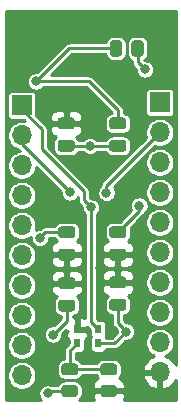
<source format=gbr>
%TF.GenerationSoftware,KiCad,Pcbnew,5.1.9-73d0e3b20d~88~ubuntu20.04.1*%
%TF.CreationDate,2021-06-24T22:41:13-04:00*%
%TF.ProjectId,stm32_breakout,73746d33-325f-4627-9265-616b6f75742e,rev?*%
%TF.SameCoordinates,Original*%
%TF.FileFunction,Copper,L2,Bot*%
%TF.FilePolarity,Positive*%
%FSLAX46Y46*%
G04 Gerber Fmt 4.6, Leading zero omitted, Abs format (unit mm)*
G04 Created by KiCad (PCBNEW 5.1.9-73d0e3b20d~88~ubuntu20.04.1) date 2021-06-24 22:41:13*
%MOMM*%
%LPD*%
G01*
G04 APERTURE LIST*
%TA.AperFunction,SMDPad,CuDef*%
%ADD10R,0.600000X0.800000*%
%TD*%
%TA.AperFunction,ComponentPad*%
%ADD11O,1.700000X1.700000*%
%TD*%
%TA.AperFunction,ComponentPad*%
%ADD12R,1.700000X1.700000*%
%TD*%
%TA.AperFunction,ViaPad*%
%ADD13C,0.800000*%
%TD*%
%TA.AperFunction,Conductor*%
%ADD14C,0.250000*%
%TD*%
%TA.AperFunction,Conductor*%
%ADD15C,0.254000*%
%TD*%
%TA.AperFunction,Conductor*%
%ADD16C,0.100000*%
%TD*%
G04 APERTURE END LIST*
D10*
%TO.P,U3,2*%
%TO.N,GND*%
X132726000Y-86198000D03*
%TO.P,U3,3*%
%TO.N,/PA0-CK_IN*%
X132726000Y-84998000D03*
%TO.P,U3,4*%
%TO.N,+3V3*%
X130926000Y-84998000D03*
%TO.P,U3,1*%
%TO.N,Net-(R2-Pad2)*%
X130926000Y-86198000D03*
%TD*%
%TO.P,C1,1*%
%TO.N,GND*%
%TA.AperFunction,SMDPad,CuDef*%
G36*
G01*
X134841000Y-69964000D02*
X133891000Y-69964000D01*
G75*
G02*
X133641000Y-69714000I0J250000D01*
G01*
X133641000Y-69214000D01*
G75*
G02*
X133891000Y-68964000I250000J0D01*
G01*
X134841000Y-68964000D01*
G75*
G02*
X135091000Y-69214000I0J-250000D01*
G01*
X135091000Y-69714000D01*
G75*
G02*
X134841000Y-69964000I-250000J0D01*
G01*
G37*
%TD.AperFunction*%
%TO.P,C1,2*%
%TO.N,Net-(C1-Pad2)*%
%TA.AperFunction,SMDPad,CuDef*%
G36*
G01*
X134841000Y-68064000D02*
X133891000Y-68064000D01*
G75*
G02*
X133641000Y-67814000I0J250000D01*
G01*
X133641000Y-67314000D01*
G75*
G02*
X133891000Y-67064000I250000J0D01*
G01*
X134841000Y-67064000D01*
G75*
G02*
X135091000Y-67314000I0J-250000D01*
G01*
X135091000Y-67814000D01*
G75*
G02*
X134841000Y-68064000I-250000J0D01*
G01*
G37*
%TD.AperFunction*%
%TD*%
%TO.P,C2,2*%
%TO.N,+3V3*%
%TA.AperFunction,SMDPad,CuDef*%
G36*
G01*
X130472200Y-68064000D02*
X129522200Y-68064000D01*
G75*
G02*
X129272200Y-67814000I0J250000D01*
G01*
X129272200Y-67314000D01*
G75*
G02*
X129522200Y-67064000I250000J0D01*
G01*
X130472200Y-67064000D01*
G75*
G02*
X130722200Y-67314000I0J-250000D01*
G01*
X130722200Y-67814000D01*
G75*
G02*
X130472200Y-68064000I-250000J0D01*
G01*
G37*
%TD.AperFunction*%
%TO.P,C2,1*%
%TO.N,GND*%
%TA.AperFunction,SMDPad,CuDef*%
G36*
G01*
X130472200Y-69964000D02*
X129522200Y-69964000D01*
G75*
G02*
X129272200Y-69714000I0J250000D01*
G01*
X129272200Y-69214000D01*
G75*
G02*
X129522200Y-68964000I250000J0D01*
G01*
X130472200Y-68964000D01*
G75*
G02*
X130722200Y-69214000I0J-250000D01*
G01*
X130722200Y-69714000D01*
G75*
G02*
X130472200Y-69964000I-250000J0D01*
G01*
G37*
%TD.AperFunction*%
%TD*%
%TO.P,C3,2*%
%TO.N,+3V3*%
%TA.AperFunction,SMDPad,CuDef*%
G36*
G01*
X129573000Y-78174000D02*
X130523000Y-78174000D01*
G75*
G02*
X130773000Y-78424000I0J-250000D01*
G01*
X130773000Y-78924000D01*
G75*
G02*
X130523000Y-79174000I-250000J0D01*
G01*
X129573000Y-79174000D01*
G75*
G02*
X129323000Y-78924000I0J250000D01*
G01*
X129323000Y-78424000D01*
G75*
G02*
X129573000Y-78174000I250000J0D01*
G01*
G37*
%TD.AperFunction*%
%TO.P,C3,1*%
%TO.N,GND*%
%TA.AperFunction,SMDPad,CuDef*%
G36*
G01*
X129573000Y-76274000D02*
X130523000Y-76274000D01*
G75*
G02*
X130773000Y-76524000I0J-250000D01*
G01*
X130773000Y-77024000D01*
G75*
G02*
X130523000Y-77274000I-250000J0D01*
G01*
X129573000Y-77274000D01*
G75*
G02*
X129323000Y-77024000I0J250000D01*
G01*
X129323000Y-76524000D01*
G75*
G02*
X129573000Y-76274000I250000J0D01*
G01*
G37*
%TD.AperFunction*%
%TD*%
%TO.P,C4,2*%
%TO.N,+3V3*%
%TA.AperFunction,SMDPad,CuDef*%
G36*
G01*
X133891000Y-78174000D02*
X134841000Y-78174000D01*
G75*
G02*
X135091000Y-78424000I0J-250000D01*
G01*
X135091000Y-78924000D01*
G75*
G02*
X134841000Y-79174000I-250000J0D01*
G01*
X133891000Y-79174000D01*
G75*
G02*
X133641000Y-78924000I0J250000D01*
G01*
X133641000Y-78424000D01*
G75*
G02*
X133891000Y-78174000I250000J0D01*
G01*
G37*
%TD.AperFunction*%
%TO.P,C4,1*%
%TO.N,GND*%
%TA.AperFunction,SMDPad,CuDef*%
G36*
G01*
X133891000Y-76274000D02*
X134841000Y-76274000D01*
G75*
G02*
X135091000Y-76524000I0J-250000D01*
G01*
X135091000Y-77024000D01*
G75*
G02*
X134841000Y-77274000I-250000J0D01*
G01*
X133891000Y-77274000D01*
G75*
G02*
X133641000Y-77024000I0J250000D01*
G01*
X133641000Y-76524000D01*
G75*
G02*
X133891000Y-76274000I250000J0D01*
G01*
G37*
%TD.AperFunction*%
%TD*%
%TO.P,C5,2*%
%TO.N,+3V3*%
%TA.AperFunction,SMDPad,CuDef*%
G36*
G01*
X130523000Y-81592000D02*
X129573000Y-81592000D01*
G75*
G02*
X129323000Y-81342000I0J250000D01*
G01*
X129323000Y-80842000D01*
G75*
G02*
X129573000Y-80592000I250000J0D01*
G01*
X130523000Y-80592000D01*
G75*
G02*
X130773000Y-80842000I0J-250000D01*
G01*
X130773000Y-81342000D01*
G75*
G02*
X130523000Y-81592000I-250000J0D01*
G01*
G37*
%TD.AperFunction*%
%TO.P,C5,1*%
%TO.N,GND*%
%TA.AperFunction,SMDPad,CuDef*%
G36*
G01*
X130523000Y-83492000D02*
X129573000Y-83492000D01*
G75*
G02*
X129323000Y-83242000I0J250000D01*
G01*
X129323000Y-82742000D01*
G75*
G02*
X129573000Y-82492000I250000J0D01*
G01*
X130523000Y-82492000D01*
G75*
G02*
X130773000Y-82742000I0J-250000D01*
G01*
X130773000Y-83242000D01*
G75*
G02*
X130523000Y-83492000I-250000J0D01*
G01*
G37*
%TD.AperFunction*%
%TD*%
%TO.P,C6,1*%
%TO.N,GND*%
%TA.AperFunction,SMDPad,CuDef*%
G36*
G01*
X134841000Y-83426000D02*
X133891000Y-83426000D01*
G75*
G02*
X133641000Y-83176000I0J250000D01*
G01*
X133641000Y-82676000D01*
G75*
G02*
X133891000Y-82426000I250000J0D01*
G01*
X134841000Y-82426000D01*
G75*
G02*
X135091000Y-82676000I0J-250000D01*
G01*
X135091000Y-83176000D01*
G75*
G02*
X134841000Y-83426000I-250000J0D01*
G01*
G37*
%TD.AperFunction*%
%TO.P,C6,2*%
%TO.N,+3V3*%
%TA.AperFunction,SMDPad,CuDef*%
G36*
G01*
X134841000Y-81526000D02*
X133891000Y-81526000D01*
G75*
G02*
X133641000Y-81276000I0J250000D01*
G01*
X133641000Y-80776000D01*
G75*
G02*
X133891000Y-80526000I250000J0D01*
G01*
X134841000Y-80526000D01*
G75*
G02*
X135091000Y-80776000I0J-250000D01*
G01*
X135091000Y-81276000D01*
G75*
G02*
X134841000Y-81526000I-250000J0D01*
G01*
G37*
%TD.AperFunction*%
%TD*%
D11*
%TO.P,J2,10*%
%TO.N,+3V3*%
X137922000Y-88646000D03*
%TO.P,J2,9*%
%TO.N,/PA9*%
X137922000Y-86106000D03*
%TO.P,J2,8*%
%TO.N,/PA10*%
X137922000Y-83566000D03*
%TO.P,J2,7*%
%TO.N,/PA14*%
X137922000Y-81026000D03*
%TO.P,J2,6*%
%TO.N,/PA13*%
X137922000Y-78486000D03*
%TO.P,J2,5*%
%TO.N,/PB9-BOOT0*%
X137922000Y-75946000D03*
%TO.P,J2,4*%
%TO.N,/PC14-OSC32IN*%
X137922000Y-73406000D03*
%TO.P,J2,3*%
%TO.N,/PC15-OSC32_OUT*%
X137922000Y-70866000D03*
%TO.P,J2,2*%
%TO.N,/NRST*%
X137922000Y-68326000D03*
D12*
%TO.P,J2,1*%
%TO.N,Net-(J2-Pad1)*%
X137922000Y-65786000D03*
%TD*%
%TO.P,J3,1*%
%TO.N,/PA0-CK_IN*%
X126238000Y-66040000D03*
D11*
%TO.P,J3,2*%
%TO.N,/PA1*%
X126238000Y-68580000D03*
%TO.P,J3,3*%
%TO.N,/PA2*%
X126238000Y-71120000D03*
%TO.P,J3,4*%
%TO.N,/PA3*%
X126238000Y-73660000D03*
%TO.P,J3,5*%
%TO.N,/PA4*%
X126238000Y-76200000D03*
%TO.P,J3,6*%
%TO.N,/PA6*%
X126238000Y-78740000D03*
%TO.P,J3,7*%
%TO.N,/PA5*%
X126238000Y-81280000D03*
%TO.P,J3,8*%
%TO.N,/PA7*%
X126238000Y-83820000D03*
%TO.P,J3,9*%
%TO.N,/PB1*%
X126238000Y-86360000D03*
%TO.P,J3,10*%
%TO.N,GND*%
X126238000Y-88900000D03*
%TD*%
%TO.P,R1,1*%
%TO.N,Net-(D1-Pad2)*%
%TA.AperFunction,SMDPad,CuDef*%
G36*
G01*
X136553000Y-60763999D02*
X136553000Y-61664001D01*
G75*
G02*
X136303001Y-61914000I-249999J0D01*
G01*
X135777999Y-61914000D01*
G75*
G02*
X135528000Y-61664001I0J249999D01*
G01*
X135528000Y-60763999D01*
G75*
G02*
X135777999Y-60514000I249999J0D01*
G01*
X136303001Y-60514000D01*
G75*
G02*
X136553000Y-60763999I0J-249999D01*
G01*
G37*
%TD.AperFunction*%
%TO.P,R1,2*%
%TO.N,Net-(C1-Pad2)*%
%TA.AperFunction,SMDPad,CuDef*%
G36*
G01*
X134728000Y-60763999D02*
X134728000Y-61664001D01*
G75*
G02*
X134478001Y-61914000I-249999J0D01*
G01*
X133952999Y-61914000D01*
G75*
G02*
X133703000Y-61664001I0J249999D01*
G01*
X133703000Y-60763999D01*
G75*
G02*
X133952999Y-60514000I249999J0D01*
G01*
X134478001Y-60514000D01*
G75*
G02*
X134728000Y-60763999I0J-249999D01*
G01*
G37*
%TD.AperFunction*%
%TD*%
%TO.P,R2,1*%
%TO.N,+3V3*%
%TA.AperFunction,SMDPad,CuDef*%
G36*
G01*
X134054001Y-90729500D02*
X133153999Y-90729500D01*
G75*
G02*
X132904000Y-90479501I0J249999D01*
G01*
X132904000Y-89954499D01*
G75*
G02*
X133153999Y-89704500I249999J0D01*
G01*
X134054001Y-89704500D01*
G75*
G02*
X134304000Y-89954499I0J-249999D01*
G01*
X134304000Y-90479501D01*
G75*
G02*
X134054001Y-90729500I-249999J0D01*
G01*
G37*
%TD.AperFunction*%
%TO.P,R2,2*%
%TO.N,Net-(R2-Pad2)*%
%TA.AperFunction,SMDPad,CuDef*%
G36*
G01*
X134054001Y-88904500D02*
X133153999Y-88904500D01*
G75*
G02*
X132904000Y-88654501I0J249999D01*
G01*
X132904000Y-88129499D01*
G75*
G02*
X133153999Y-87879500I249999J0D01*
G01*
X134054001Y-87879500D01*
G75*
G02*
X134304000Y-88129499I0J-249999D01*
G01*
X134304000Y-88654501D01*
G75*
G02*
X134054001Y-88904500I-249999J0D01*
G01*
G37*
%TD.AperFunction*%
%TD*%
%TO.P,R3,2*%
%TO.N,GND*%
%TA.AperFunction,SMDPad,CuDef*%
G36*
G01*
X129851999Y-89704500D02*
X130752001Y-89704500D01*
G75*
G02*
X131002000Y-89954499I0J-249999D01*
G01*
X131002000Y-90479501D01*
G75*
G02*
X130752001Y-90729500I-249999J0D01*
G01*
X129851999Y-90729500D01*
G75*
G02*
X129602000Y-90479501I0J249999D01*
G01*
X129602000Y-89954499D01*
G75*
G02*
X129851999Y-89704500I249999J0D01*
G01*
G37*
%TD.AperFunction*%
%TO.P,R3,1*%
%TO.N,Net-(R2-Pad2)*%
%TA.AperFunction,SMDPad,CuDef*%
G36*
G01*
X129851999Y-87879500D02*
X130752001Y-87879500D01*
G75*
G02*
X131002000Y-88129499I0J-249999D01*
G01*
X131002000Y-88654501D01*
G75*
G02*
X130752001Y-88904500I-249999J0D01*
G01*
X129851999Y-88904500D01*
G75*
G02*
X129602000Y-88654501I0J249999D01*
G01*
X129602000Y-88129499D01*
G75*
G02*
X129851999Y-87879500I249999J0D01*
G01*
G37*
%TD.AperFunction*%
%TD*%
D13*
%TO.N,GND*%
X128422400Y-90424000D03*
X135077200Y-85191600D03*
X128879600Y-85445600D03*
X136194800Y-74523600D03*
X127762000Y-77266800D03*
X132008800Y-69464000D03*
%TO.N,+3V3*%
X132892800Y-79806800D03*
X132283200Y-67716400D03*
%TO.N,Net-(D1-Pad2)*%
X136651972Y-62992000D03*
%TO.N,/NRST*%
X133413850Y-73438417D03*
%TO.N,/PA0-CK_IN*%
X132080006Y-74676006D03*
%TO.N,/PA1*%
X130302000Y-73406000D03*
%TO.N,Net-(C1-Pad2)*%
X127457200Y-64008000D03*
%TD*%
D14*
%TO.N,GND*%
X130302000Y-90217000D02*
X128629400Y-90217000D01*
X128629400Y-90217000D02*
X128422400Y-90424000D01*
X134366000Y-82926000D02*
X134366000Y-84429600D01*
X134366000Y-84429600D02*
X134823200Y-84886800D01*
X130048000Y-82992000D02*
X130048000Y-84277200D01*
X130048000Y-84277200D02*
X128879600Y-85445600D01*
X136194800Y-74945200D02*
X136194800Y-74523600D01*
X134366000Y-76774000D02*
X136194800Y-74945200D01*
X130048000Y-76774000D02*
X128204000Y-76774000D01*
X127762000Y-77216000D02*
X127762000Y-77266800D01*
X128204000Y-76774000D02*
X127762000Y-77216000D01*
X134070800Y-86198000D02*
X135077200Y-85191600D01*
X132726000Y-86198000D02*
X134070800Y-86198000D01*
X129997200Y-69464000D02*
X132008800Y-69464000D01*
X132008800Y-69464000D02*
X134366000Y-69464000D01*
%TO.N,Net-(D1-Pad2)*%
X136040500Y-61214000D02*
X136040500Y-62380528D01*
X136040500Y-62380528D02*
X136651972Y-62992000D01*
%TO.N,/NRST*%
X137922000Y-68326000D02*
X133413850Y-72834150D01*
X133413850Y-72834150D02*
X133413850Y-73438417D01*
%TO.N,/PA0-CK_IN*%
X132080006Y-84352006D02*
X132726000Y-84998000D01*
X132080006Y-74676006D02*
X132080006Y-84352006D01*
X131470400Y-73304400D02*
X131470400Y-74066400D01*
X131470400Y-74066400D02*
X132080006Y-74676006D01*
X127914400Y-69748400D02*
X131470400Y-73304400D01*
X127914400Y-68072000D02*
X127914400Y-69748400D01*
X126238000Y-66395600D02*
X127914400Y-68072000D01*
X126238000Y-66040000D02*
X126238000Y-66395600D01*
%TO.N,/PA1*%
X130302000Y-73406000D02*
X126238000Y-69342000D01*
X126238000Y-69342000D02*
X126238000Y-68580000D01*
%TO.N,Net-(R2-Pad2)*%
X133604000Y-88392000D02*
X130302000Y-88392000D01*
X130302000Y-86822000D02*
X130926000Y-86198000D01*
X130302000Y-88392000D02*
X130302000Y-86822000D01*
%TO.N,Net-(C1-Pad2)*%
X130251200Y-61214000D02*
X127457200Y-64008000D01*
X134215500Y-61214000D02*
X130251200Y-61214000D01*
X131927600Y-64008000D02*
X127457200Y-64008000D01*
X134366000Y-66446400D02*
X131927600Y-64008000D01*
X134366000Y-67564000D02*
X134366000Y-66446400D01*
%TD*%
D15*
%TO.N,+3V3*%
X139269000Y-63478832D02*
X139269000Y-63478833D01*
X139269001Y-88037296D01*
X139193641Y-87879080D01*
X139019588Y-87645731D01*
X138803355Y-87450822D01*
X138553252Y-87301843D01*
X138390832Y-87244228D01*
X138505097Y-87196898D01*
X138706717Y-87062180D01*
X138878180Y-86890717D01*
X139012898Y-86689097D01*
X139105693Y-86465069D01*
X139153000Y-86227243D01*
X139153000Y-85984757D01*
X139105693Y-85746931D01*
X139012898Y-85522903D01*
X138878180Y-85321283D01*
X138706717Y-85149820D01*
X138505097Y-85015102D01*
X138281069Y-84922307D01*
X138043243Y-84875000D01*
X137800757Y-84875000D01*
X137562931Y-84922307D01*
X137338903Y-85015102D01*
X137137283Y-85149820D01*
X136965820Y-85321283D01*
X136831102Y-85522903D01*
X136738307Y-85746931D01*
X136691000Y-85984757D01*
X136691000Y-86227243D01*
X136738307Y-86465069D01*
X136831102Y-86689097D01*
X136965820Y-86890717D01*
X137137283Y-87062180D01*
X137338903Y-87196898D01*
X137453168Y-87244228D01*
X137290748Y-87301843D01*
X137040645Y-87450822D01*
X136824412Y-87645731D01*
X136650359Y-87879080D01*
X136525175Y-88141901D01*
X136480524Y-88289110D01*
X136601845Y-88519000D01*
X137795000Y-88519000D01*
X137795000Y-88499000D01*
X138049000Y-88499000D01*
X138049000Y-88519000D01*
X138069000Y-88519000D01*
X138069000Y-88773000D01*
X138049000Y-88773000D01*
X138049000Y-89966814D01*
X138278891Y-90087481D01*
X138553252Y-89990157D01*
X138803355Y-89841178D01*
X139019588Y-89646269D01*
X139193641Y-89412920D01*
X139269001Y-89254704D01*
X139269001Y-91009000D01*
X134874623Y-91009000D01*
X134893502Y-90973680D01*
X134929812Y-90853982D01*
X134942072Y-90729500D01*
X134939000Y-90502750D01*
X134780250Y-90344000D01*
X133731000Y-90344000D01*
X133731000Y-90364000D01*
X133477000Y-90364000D01*
X133477000Y-90344000D01*
X132427750Y-90344000D01*
X132269000Y-90502750D01*
X132265928Y-90729500D01*
X132278188Y-90853982D01*
X132314498Y-90973680D01*
X132333377Y-91009000D01*
X131097396Y-91009000D01*
X131103589Y-91005690D01*
X131199488Y-90926988D01*
X131278190Y-90831089D01*
X131336671Y-90721679D01*
X131372683Y-90602962D01*
X131384843Y-90479501D01*
X131384843Y-89954499D01*
X131372683Y-89831038D01*
X131336671Y-89712321D01*
X131278190Y-89602911D01*
X131199488Y-89507012D01*
X131103589Y-89428310D01*
X130994179Y-89369829D01*
X130875462Y-89333817D01*
X130752001Y-89321657D01*
X129851999Y-89321657D01*
X129728538Y-89333817D01*
X129609821Y-89369829D01*
X129500411Y-89428310D01*
X129404512Y-89507012D01*
X129325810Y-89602911D01*
X129268035Y-89711000D01*
X128741917Y-89711000D01*
X128650209Y-89673013D01*
X128499322Y-89643000D01*
X128345478Y-89643000D01*
X128194591Y-89673013D01*
X128052458Y-89731887D01*
X127924541Y-89817358D01*
X127815758Y-89926141D01*
X127730287Y-90054058D01*
X127671413Y-90196191D01*
X127641400Y-90347078D01*
X127641400Y-90500922D01*
X127671413Y-90651809D01*
X127730287Y-90793942D01*
X127815758Y-90921859D01*
X127902899Y-91009000D01*
X124891000Y-91009000D01*
X124891000Y-88778757D01*
X125007000Y-88778757D01*
X125007000Y-89021243D01*
X125054307Y-89259069D01*
X125147102Y-89483097D01*
X125281820Y-89684717D01*
X125453283Y-89856180D01*
X125654903Y-89990898D01*
X125878931Y-90083693D01*
X126116757Y-90131000D01*
X126359243Y-90131000D01*
X126597069Y-90083693D01*
X126821097Y-89990898D01*
X127022717Y-89856180D01*
X127194180Y-89684717D01*
X127328898Y-89483097D01*
X127421693Y-89259069D01*
X127469000Y-89021243D01*
X127469000Y-88778757D01*
X127421693Y-88540931D01*
X127328898Y-88316903D01*
X127194180Y-88115283D01*
X127022717Y-87943820D01*
X126821097Y-87809102D01*
X126597069Y-87716307D01*
X126359243Y-87669000D01*
X126116757Y-87669000D01*
X125878931Y-87716307D01*
X125654903Y-87809102D01*
X125453283Y-87943820D01*
X125281820Y-88115283D01*
X125147102Y-88316903D01*
X125054307Y-88540931D01*
X125007000Y-88778757D01*
X124891000Y-88778757D01*
X124891000Y-86238757D01*
X125007000Y-86238757D01*
X125007000Y-86481243D01*
X125054307Y-86719069D01*
X125147102Y-86943097D01*
X125281820Y-87144717D01*
X125453283Y-87316180D01*
X125654903Y-87450898D01*
X125878931Y-87543693D01*
X126116757Y-87591000D01*
X126359243Y-87591000D01*
X126597069Y-87543693D01*
X126821097Y-87450898D01*
X127022717Y-87316180D01*
X127194180Y-87144717D01*
X127328898Y-86943097D01*
X127421693Y-86719069D01*
X127469000Y-86481243D01*
X127469000Y-86238757D01*
X127421693Y-86000931D01*
X127328898Y-85776903D01*
X127194180Y-85575283D01*
X127022717Y-85403820D01*
X126970124Y-85368678D01*
X128098600Y-85368678D01*
X128098600Y-85522522D01*
X128128613Y-85673409D01*
X128187487Y-85815542D01*
X128272958Y-85943459D01*
X128381741Y-86052242D01*
X128509658Y-86137713D01*
X128651791Y-86196587D01*
X128802678Y-86226600D01*
X128956522Y-86226600D01*
X129107409Y-86196587D01*
X129249542Y-86137713D01*
X129377459Y-86052242D01*
X129486242Y-85943459D01*
X129571713Y-85815542D01*
X129630587Y-85673409D01*
X129660600Y-85522522D01*
X129660600Y-85380191D01*
X129991000Y-85049792D01*
X129991000Y-85125002D01*
X130149748Y-85125002D01*
X129991000Y-85283750D01*
X129987928Y-85398000D01*
X130000188Y-85522482D01*
X130036498Y-85642180D01*
X130095463Y-85752494D01*
X130174815Y-85849185D01*
X130243157Y-85905272D01*
X130243157Y-86165252D01*
X129961780Y-86446629D01*
X129942474Y-86462473D01*
X129879242Y-86539521D01*
X129869618Y-86557527D01*
X129832255Y-86627426D01*
X129803322Y-86722808D01*
X129793553Y-86822000D01*
X129796001Y-86846856D01*
X129796001Y-87502172D01*
X129728538Y-87508817D01*
X129609821Y-87544829D01*
X129500411Y-87603310D01*
X129404512Y-87682012D01*
X129325810Y-87777911D01*
X129267329Y-87887321D01*
X129231317Y-88006038D01*
X129219157Y-88129499D01*
X129219157Y-88654501D01*
X129231317Y-88777962D01*
X129267329Y-88896679D01*
X129325810Y-89006089D01*
X129404512Y-89101988D01*
X129500411Y-89180690D01*
X129609821Y-89239171D01*
X129728538Y-89275183D01*
X129851999Y-89287343D01*
X130752001Y-89287343D01*
X130875462Y-89275183D01*
X130994179Y-89239171D01*
X131103589Y-89180690D01*
X131199488Y-89101988D01*
X131278190Y-89006089D01*
X131335965Y-88898000D01*
X132570035Y-88898000D01*
X132627810Y-89006089D01*
X132705754Y-89101064D01*
X132659820Y-89114998D01*
X132549506Y-89173963D01*
X132452815Y-89253315D01*
X132373463Y-89350006D01*
X132314498Y-89460320D01*
X132278188Y-89580018D01*
X132265928Y-89704500D01*
X132269000Y-89931250D01*
X132427750Y-90090000D01*
X133477000Y-90090000D01*
X133477000Y-90070000D01*
X133731000Y-90070000D01*
X133731000Y-90090000D01*
X134780250Y-90090000D01*
X134939000Y-89931250D01*
X134942072Y-89704500D01*
X134929812Y-89580018D01*
X134893502Y-89460320D01*
X134834537Y-89350006D01*
X134755185Y-89253315D01*
X134658494Y-89173963D01*
X134548180Y-89114998D01*
X134502246Y-89101064D01*
X134580190Y-89006089D01*
X134581899Y-89002890D01*
X136480524Y-89002890D01*
X136525175Y-89150099D01*
X136650359Y-89412920D01*
X136824412Y-89646269D01*
X137040645Y-89841178D01*
X137290748Y-89990157D01*
X137565109Y-90087481D01*
X137795000Y-89966814D01*
X137795000Y-88773000D01*
X136601845Y-88773000D01*
X136480524Y-89002890D01*
X134581899Y-89002890D01*
X134638671Y-88896679D01*
X134674683Y-88777962D01*
X134686843Y-88654501D01*
X134686843Y-88129499D01*
X134674683Y-88006038D01*
X134638671Y-87887321D01*
X134580190Y-87777911D01*
X134501488Y-87682012D01*
X134405589Y-87603310D01*
X134296179Y-87544829D01*
X134177462Y-87508817D01*
X134054001Y-87496657D01*
X133153999Y-87496657D01*
X133030538Y-87508817D01*
X132911821Y-87544829D01*
X132802411Y-87603310D01*
X132706512Y-87682012D01*
X132627810Y-87777911D01*
X132570035Y-87886000D01*
X131335965Y-87886000D01*
X131278190Y-87777911D01*
X131199488Y-87682012D01*
X131103589Y-87603310D01*
X130994179Y-87544829D01*
X130875462Y-87508817D01*
X130808000Y-87502172D01*
X130808000Y-87031591D01*
X130858748Y-86980843D01*
X131226000Y-86980843D01*
X131300689Y-86973487D01*
X131372508Y-86951701D01*
X131438696Y-86916322D01*
X131496711Y-86868711D01*
X131544322Y-86810696D01*
X131579701Y-86744508D01*
X131601487Y-86672689D01*
X131608843Y-86598000D01*
X131608843Y-85905272D01*
X131677185Y-85849185D01*
X131756537Y-85752494D01*
X131815502Y-85642180D01*
X131851812Y-85522482D01*
X131864072Y-85398000D01*
X131861000Y-85283750D01*
X131702250Y-85125000D01*
X131053000Y-85125000D01*
X131053000Y-85145000D01*
X130799000Y-85145000D01*
X130799000Y-85125000D01*
X130779000Y-85125000D01*
X130779000Y-84871000D01*
X130799000Y-84871000D01*
X130799000Y-84121750D01*
X130640250Y-83963000D01*
X130626000Y-83959928D01*
X130554000Y-83967019D01*
X130554000Y-83871790D01*
X130646462Y-83862683D01*
X130765179Y-83826671D01*
X130874589Y-83768190D01*
X130970488Y-83689488D01*
X131049190Y-83593589D01*
X131107671Y-83484179D01*
X131143683Y-83365462D01*
X131155843Y-83242000D01*
X131155843Y-82742000D01*
X131143683Y-82618538D01*
X131107671Y-82499821D01*
X131049190Y-82390411D01*
X130970488Y-82294512D01*
X130879220Y-82219611D01*
X130897482Y-82217812D01*
X131017180Y-82181502D01*
X131127494Y-82122537D01*
X131224185Y-82043185D01*
X131303537Y-81946494D01*
X131362502Y-81836180D01*
X131398812Y-81716482D01*
X131411072Y-81592000D01*
X131408000Y-81377750D01*
X131249250Y-81219000D01*
X130175000Y-81219000D01*
X130175000Y-81239000D01*
X129921000Y-81239000D01*
X129921000Y-81219000D01*
X128846750Y-81219000D01*
X128688000Y-81377750D01*
X128684928Y-81592000D01*
X128697188Y-81716482D01*
X128733498Y-81836180D01*
X128792463Y-81946494D01*
X128871815Y-82043185D01*
X128968506Y-82122537D01*
X129078820Y-82181502D01*
X129198518Y-82217812D01*
X129216780Y-82219611D01*
X129125512Y-82294512D01*
X129046810Y-82390411D01*
X128988329Y-82499821D01*
X128952317Y-82618538D01*
X128940157Y-82742000D01*
X128940157Y-83242000D01*
X128952317Y-83365462D01*
X128988329Y-83484179D01*
X129046810Y-83593589D01*
X129125512Y-83689488D01*
X129221411Y-83768190D01*
X129330821Y-83826671D01*
X129449538Y-83862683D01*
X129542001Y-83871790D01*
X129542001Y-84067607D01*
X128945009Y-84664600D01*
X128802678Y-84664600D01*
X128651791Y-84694613D01*
X128509658Y-84753487D01*
X128381741Y-84838958D01*
X128272958Y-84947741D01*
X128187487Y-85075658D01*
X128128613Y-85217791D01*
X128098600Y-85368678D01*
X126970124Y-85368678D01*
X126821097Y-85269102D01*
X126597069Y-85176307D01*
X126359243Y-85129000D01*
X126116757Y-85129000D01*
X125878931Y-85176307D01*
X125654903Y-85269102D01*
X125453283Y-85403820D01*
X125281820Y-85575283D01*
X125147102Y-85776903D01*
X125054307Y-86000931D01*
X125007000Y-86238757D01*
X124891000Y-86238757D01*
X124891000Y-83698757D01*
X125007000Y-83698757D01*
X125007000Y-83941243D01*
X125054307Y-84179069D01*
X125147102Y-84403097D01*
X125281820Y-84604717D01*
X125453283Y-84776180D01*
X125654903Y-84910898D01*
X125878931Y-85003693D01*
X126116757Y-85051000D01*
X126359243Y-85051000D01*
X126597069Y-85003693D01*
X126821097Y-84910898D01*
X127022717Y-84776180D01*
X127194180Y-84604717D01*
X127328898Y-84403097D01*
X127421693Y-84179069D01*
X127469000Y-83941243D01*
X127469000Y-83698757D01*
X127421693Y-83460931D01*
X127328898Y-83236903D01*
X127194180Y-83035283D01*
X127022717Y-82863820D01*
X126821097Y-82729102D01*
X126597069Y-82636307D01*
X126359243Y-82589000D01*
X126116757Y-82589000D01*
X125878931Y-82636307D01*
X125654903Y-82729102D01*
X125453283Y-82863820D01*
X125281820Y-83035283D01*
X125147102Y-83236903D01*
X125054307Y-83460931D01*
X125007000Y-83698757D01*
X124891000Y-83698757D01*
X124891000Y-81158757D01*
X125007000Y-81158757D01*
X125007000Y-81401243D01*
X125054307Y-81639069D01*
X125147102Y-81863097D01*
X125281820Y-82064717D01*
X125453283Y-82236180D01*
X125654903Y-82370898D01*
X125878931Y-82463693D01*
X126116757Y-82511000D01*
X126359243Y-82511000D01*
X126597069Y-82463693D01*
X126821097Y-82370898D01*
X127022717Y-82236180D01*
X127194180Y-82064717D01*
X127328898Y-81863097D01*
X127421693Y-81639069D01*
X127469000Y-81401243D01*
X127469000Y-81158757D01*
X127421693Y-80920931D01*
X127328898Y-80696903D01*
X127258805Y-80592000D01*
X128684928Y-80592000D01*
X128688000Y-80806250D01*
X128846750Y-80965000D01*
X129921000Y-80965000D01*
X129921000Y-80115750D01*
X130175000Y-80115750D01*
X130175000Y-80965000D01*
X131249250Y-80965000D01*
X131408000Y-80806250D01*
X131411072Y-80592000D01*
X131398812Y-80467518D01*
X131362502Y-80347820D01*
X131303537Y-80237506D01*
X131224185Y-80140815D01*
X131127494Y-80061463D01*
X131017180Y-80002498D01*
X130897482Y-79966188D01*
X130773000Y-79953928D01*
X130333750Y-79957000D01*
X130175000Y-80115750D01*
X129921000Y-80115750D01*
X129762250Y-79957000D01*
X129323000Y-79953928D01*
X129198518Y-79966188D01*
X129078820Y-80002498D01*
X128968506Y-80061463D01*
X128871815Y-80140815D01*
X128792463Y-80237506D01*
X128733498Y-80347820D01*
X128697188Y-80467518D01*
X128684928Y-80592000D01*
X127258805Y-80592000D01*
X127194180Y-80495283D01*
X127022717Y-80323820D01*
X126821097Y-80189102D01*
X126597069Y-80096307D01*
X126359243Y-80049000D01*
X126116757Y-80049000D01*
X125878931Y-80096307D01*
X125654903Y-80189102D01*
X125453283Y-80323820D01*
X125281820Y-80495283D01*
X125147102Y-80696903D01*
X125054307Y-80920931D01*
X125007000Y-81158757D01*
X124891000Y-81158757D01*
X124891000Y-78618757D01*
X125007000Y-78618757D01*
X125007000Y-78861243D01*
X125054307Y-79099069D01*
X125147102Y-79323097D01*
X125281820Y-79524717D01*
X125453283Y-79696180D01*
X125654903Y-79830898D01*
X125878931Y-79923693D01*
X126116757Y-79971000D01*
X126359243Y-79971000D01*
X126597069Y-79923693D01*
X126821097Y-79830898D01*
X127022717Y-79696180D01*
X127194180Y-79524717D01*
X127328898Y-79323097D01*
X127390655Y-79174000D01*
X128684928Y-79174000D01*
X128697188Y-79298482D01*
X128733498Y-79418180D01*
X128792463Y-79528494D01*
X128871815Y-79625185D01*
X128968506Y-79704537D01*
X129078820Y-79763502D01*
X129198518Y-79799812D01*
X129323000Y-79812072D01*
X129762250Y-79809000D01*
X129921000Y-79650250D01*
X129921000Y-78801000D01*
X130175000Y-78801000D01*
X130175000Y-79650250D01*
X130333750Y-79809000D01*
X130773000Y-79812072D01*
X130897482Y-79799812D01*
X131017180Y-79763502D01*
X131127494Y-79704537D01*
X131224185Y-79625185D01*
X131303537Y-79528494D01*
X131362502Y-79418180D01*
X131398812Y-79298482D01*
X131411072Y-79174000D01*
X131408000Y-78959750D01*
X131249250Y-78801000D01*
X130175000Y-78801000D01*
X129921000Y-78801000D01*
X128846750Y-78801000D01*
X128688000Y-78959750D01*
X128684928Y-79174000D01*
X127390655Y-79174000D01*
X127421693Y-79099069D01*
X127469000Y-78861243D01*
X127469000Y-78618757D01*
X127421693Y-78380931D01*
X127328898Y-78156903D01*
X127194180Y-77955283D01*
X127022717Y-77783820D01*
X126821097Y-77649102D01*
X126597069Y-77556307D01*
X126359243Y-77509000D01*
X126116757Y-77509000D01*
X125878931Y-77556307D01*
X125654903Y-77649102D01*
X125453283Y-77783820D01*
X125281820Y-77955283D01*
X125147102Y-78156903D01*
X125054307Y-78380931D01*
X125007000Y-78618757D01*
X124891000Y-78618757D01*
X124891000Y-76078757D01*
X125007000Y-76078757D01*
X125007000Y-76321243D01*
X125054307Y-76559069D01*
X125147102Y-76783097D01*
X125281820Y-76984717D01*
X125453283Y-77156180D01*
X125654903Y-77290898D01*
X125878931Y-77383693D01*
X126116757Y-77431000D01*
X126359243Y-77431000D01*
X126597069Y-77383693D01*
X126821097Y-77290898D01*
X126982336Y-77183162D01*
X126981000Y-77189878D01*
X126981000Y-77343722D01*
X127011013Y-77494609D01*
X127069887Y-77636742D01*
X127155358Y-77764659D01*
X127264141Y-77873442D01*
X127392058Y-77958913D01*
X127534191Y-78017787D01*
X127685078Y-78047800D01*
X127838922Y-78047800D01*
X127989809Y-78017787D01*
X128131942Y-77958913D01*
X128259859Y-77873442D01*
X128368642Y-77764659D01*
X128454113Y-77636742D01*
X128512987Y-77494609D01*
X128543000Y-77343722D01*
X128543000Y-77280000D01*
X128995716Y-77280000D01*
X129046810Y-77375589D01*
X129125512Y-77471488D01*
X129216780Y-77546389D01*
X129198518Y-77548188D01*
X129078820Y-77584498D01*
X128968506Y-77643463D01*
X128871815Y-77722815D01*
X128792463Y-77819506D01*
X128733498Y-77929820D01*
X128697188Y-78049518D01*
X128684928Y-78174000D01*
X128688000Y-78388250D01*
X128846750Y-78547000D01*
X129921000Y-78547000D01*
X129921000Y-78527000D01*
X130175000Y-78527000D01*
X130175000Y-78547000D01*
X131249250Y-78547000D01*
X131408000Y-78388250D01*
X131411072Y-78174000D01*
X131398812Y-78049518D01*
X131362502Y-77929820D01*
X131303537Y-77819506D01*
X131224185Y-77722815D01*
X131127494Y-77643463D01*
X131017180Y-77584498D01*
X130897482Y-77548188D01*
X130879220Y-77546389D01*
X130970488Y-77471488D01*
X131049190Y-77375589D01*
X131107671Y-77266179D01*
X131143683Y-77147462D01*
X131155843Y-77024000D01*
X131155843Y-76524000D01*
X131143683Y-76400538D01*
X131107671Y-76281821D01*
X131049190Y-76172411D01*
X130970488Y-76076512D01*
X130874589Y-75997810D01*
X130765179Y-75939329D01*
X130646462Y-75903317D01*
X130523000Y-75891157D01*
X129573000Y-75891157D01*
X129449538Y-75903317D01*
X129330821Y-75939329D01*
X129221411Y-75997810D01*
X129125512Y-76076512D01*
X129046810Y-76172411D01*
X128995716Y-76268000D01*
X128228845Y-76268000D01*
X128203999Y-76265553D01*
X128179153Y-76268000D01*
X128179146Y-76268000D01*
X128114694Y-76274348D01*
X128104806Y-76275322D01*
X128083382Y-76281821D01*
X128009425Y-76304255D01*
X127921521Y-76351241D01*
X127844473Y-76414473D01*
X127828629Y-76433779D01*
X127776608Y-76485800D01*
X127685078Y-76485800D01*
X127534191Y-76515813D01*
X127420022Y-76563104D01*
X127421693Y-76559069D01*
X127469000Y-76321243D01*
X127469000Y-76078757D01*
X127421693Y-75840931D01*
X127328898Y-75616903D01*
X127194180Y-75415283D01*
X127022717Y-75243820D01*
X126821097Y-75109102D01*
X126597069Y-75016307D01*
X126359243Y-74969000D01*
X126116757Y-74969000D01*
X125878931Y-75016307D01*
X125654903Y-75109102D01*
X125453283Y-75243820D01*
X125281820Y-75415283D01*
X125147102Y-75616903D01*
X125054307Y-75840931D01*
X125007000Y-76078757D01*
X124891000Y-76078757D01*
X124891000Y-73538757D01*
X125007000Y-73538757D01*
X125007000Y-73781243D01*
X125054307Y-74019069D01*
X125147102Y-74243097D01*
X125281820Y-74444717D01*
X125453283Y-74616180D01*
X125654903Y-74750898D01*
X125878931Y-74843693D01*
X126116757Y-74891000D01*
X126359243Y-74891000D01*
X126597069Y-74843693D01*
X126821097Y-74750898D01*
X127022717Y-74616180D01*
X127194180Y-74444717D01*
X127328898Y-74243097D01*
X127421693Y-74019069D01*
X127469000Y-73781243D01*
X127469000Y-73538757D01*
X127421693Y-73300931D01*
X127328898Y-73076903D01*
X127194180Y-72875283D01*
X127022717Y-72703820D01*
X126821097Y-72569102D01*
X126597069Y-72476307D01*
X126359243Y-72429000D01*
X126116757Y-72429000D01*
X125878931Y-72476307D01*
X125654903Y-72569102D01*
X125453283Y-72703820D01*
X125281820Y-72875283D01*
X125147102Y-73076903D01*
X125054307Y-73300931D01*
X125007000Y-73538757D01*
X124891000Y-73538757D01*
X124891000Y-65190000D01*
X125005157Y-65190000D01*
X125005157Y-66890000D01*
X125012513Y-66964689D01*
X125034299Y-67036508D01*
X125069678Y-67102696D01*
X125117289Y-67160711D01*
X125175304Y-67208322D01*
X125241492Y-67243701D01*
X125313311Y-67265487D01*
X125388000Y-67272843D01*
X126399652Y-67272843D01*
X126504753Y-67377944D01*
X126359243Y-67349000D01*
X126116757Y-67349000D01*
X125878931Y-67396307D01*
X125654903Y-67489102D01*
X125453283Y-67623820D01*
X125281820Y-67795283D01*
X125147102Y-67996903D01*
X125054307Y-68220931D01*
X125007000Y-68458757D01*
X125007000Y-68701243D01*
X125054307Y-68939069D01*
X125147102Y-69163097D01*
X125281820Y-69364717D01*
X125453283Y-69536180D01*
X125654903Y-69670898D01*
X125878931Y-69763693D01*
X125960284Y-69779875D01*
X126077265Y-69896856D01*
X125878931Y-69936307D01*
X125654903Y-70029102D01*
X125453283Y-70163820D01*
X125281820Y-70335283D01*
X125147102Y-70536903D01*
X125054307Y-70760931D01*
X125007000Y-70998757D01*
X125007000Y-71241243D01*
X125054307Y-71479069D01*
X125147102Y-71703097D01*
X125281820Y-71904717D01*
X125453283Y-72076180D01*
X125654903Y-72210898D01*
X125878931Y-72303693D01*
X126116757Y-72351000D01*
X126359243Y-72351000D01*
X126597069Y-72303693D01*
X126821097Y-72210898D01*
X127022717Y-72076180D01*
X127194180Y-71904717D01*
X127328898Y-71703097D01*
X127421693Y-71479069D01*
X127461144Y-71280736D01*
X129521000Y-73340592D01*
X129521000Y-73482922D01*
X129551013Y-73633809D01*
X129609887Y-73775942D01*
X129695358Y-73903859D01*
X129804141Y-74012642D01*
X129932058Y-74098113D01*
X130074191Y-74156987D01*
X130225078Y-74187000D01*
X130378922Y-74187000D01*
X130529809Y-74156987D01*
X130671942Y-74098113D01*
X130799859Y-74012642D01*
X130908642Y-73903859D01*
X130964401Y-73820410D01*
X130964401Y-74041544D01*
X130961953Y-74066400D01*
X130971722Y-74165592D01*
X131000655Y-74260974D01*
X131000656Y-74260975D01*
X131047642Y-74348879D01*
X131110874Y-74425927D01*
X131130180Y-74441771D01*
X131299006Y-74610597D01*
X131299006Y-74752928D01*
X131329019Y-74903815D01*
X131387893Y-75045948D01*
X131473364Y-75173865D01*
X131574006Y-75274507D01*
X131574007Y-84063996D01*
X131470180Y-84008498D01*
X131350482Y-83972188D01*
X131226000Y-83959928D01*
X131211750Y-83963000D01*
X131053000Y-84121750D01*
X131053000Y-84871000D01*
X131702250Y-84871000D01*
X131792829Y-84780421D01*
X132043157Y-85030748D01*
X132043157Y-85398000D01*
X132050513Y-85472689D01*
X132072299Y-85544508D01*
X132100892Y-85598000D01*
X132072299Y-85651492D01*
X132050513Y-85723311D01*
X132043157Y-85798000D01*
X132043157Y-86598000D01*
X132050513Y-86672689D01*
X132072299Y-86744508D01*
X132107678Y-86810696D01*
X132155289Y-86868711D01*
X132213304Y-86916322D01*
X132279492Y-86951701D01*
X132351311Y-86973487D01*
X132426000Y-86980843D01*
X133026000Y-86980843D01*
X133100689Y-86973487D01*
X133172508Y-86951701D01*
X133238696Y-86916322D01*
X133296711Y-86868711D01*
X133344322Y-86810696D01*
X133379701Y-86744508D01*
X133391989Y-86704000D01*
X134045954Y-86704000D01*
X134070800Y-86706447D01*
X134095646Y-86704000D01*
X134095654Y-86704000D01*
X134169993Y-86696678D01*
X134265375Y-86667745D01*
X134353279Y-86620759D01*
X134430327Y-86557527D01*
X134446176Y-86538215D01*
X135011792Y-85972600D01*
X135154122Y-85972600D01*
X135305009Y-85942587D01*
X135447142Y-85883713D01*
X135575059Y-85798242D01*
X135683842Y-85689459D01*
X135769313Y-85561542D01*
X135828187Y-85419409D01*
X135858200Y-85268522D01*
X135858200Y-85114678D01*
X135828187Y-84963791D01*
X135769313Y-84821658D01*
X135683842Y-84693741D01*
X135575059Y-84584958D01*
X135447142Y-84499487D01*
X135305009Y-84440613D01*
X135154122Y-84410600D01*
X135062592Y-84410600D01*
X134872000Y-84220009D01*
X134872000Y-83805790D01*
X134964462Y-83796683D01*
X135083179Y-83760671D01*
X135192589Y-83702190D01*
X135288488Y-83623488D01*
X135367190Y-83527589D01*
X135411464Y-83444757D01*
X136691000Y-83444757D01*
X136691000Y-83687243D01*
X136738307Y-83925069D01*
X136831102Y-84149097D01*
X136965820Y-84350717D01*
X137137283Y-84522180D01*
X137338903Y-84656898D01*
X137562931Y-84749693D01*
X137800757Y-84797000D01*
X138043243Y-84797000D01*
X138281069Y-84749693D01*
X138505097Y-84656898D01*
X138706717Y-84522180D01*
X138878180Y-84350717D01*
X139012898Y-84149097D01*
X139105693Y-83925069D01*
X139153000Y-83687243D01*
X139153000Y-83444757D01*
X139105693Y-83206931D01*
X139012898Y-82982903D01*
X138878180Y-82781283D01*
X138706717Y-82609820D01*
X138505097Y-82475102D01*
X138281069Y-82382307D01*
X138043243Y-82335000D01*
X137800757Y-82335000D01*
X137562931Y-82382307D01*
X137338903Y-82475102D01*
X137137283Y-82609820D01*
X136965820Y-82781283D01*
X136831102Y-82982903D01*
X136738307Y-83206931D01*
X136691000Y-83444757D01*
X135411464Y-83444757D01*
X135425671Y-83418179D01*
X135461683Y-83299462D01*
X135473843Y-83176000D01*
X135473843Y-82676000D01*
X135461683Y-82552538D01*
X135425671Y-82433821D01*
X135367190Y-82324411D01*
X135288488Y-82228512D01*
X135197220Y-82153611D01*
X135215482Y-82151812D01*
X135335180Y-82115502D01*
X135445494Y-82056537D01*
X135542185Y-81977185D01*
X135621537Y-81880494D01*
X135680502Y-81770180D01*
X135716812Y-81650482D01*
X135729072Y-81526000D01*
X135726000Y-81311750D01*
X135567250Y-81153000D01*
X134493000Y-81153000D01*
X134493000Y-81173000D01*
X134239000Y-81173000D01*
X134239000Y-81153000D01*
X133164750Y-81153000D01*
X133006000Y-81311750D01*
X133002928Y-81526000D01*
X133015188Y-81650482D01*
X133051498Y-81770180D01*
X133110463Y-81880494D01*
X133189815Y-81977185D01*
X133286506Y-82056537D01*
X133396820Y-82115502D01*
X133516518Y-82151812D01*
X133534780Y-82153611D01*
X133443512Y-82228512D01*
X133364810Y-82324411D01*
X133306329Y-82433821D01*
X133270317Y-82552538D01*
X133258157Y-82676000D01*
X133258157Y-83176000D01*
X133270317Y-83299462D01*
X133306329Y-83418179D01*
X133364810Y-83527589D01*
X133443512Y-83623488D01*
X133539411Y-83702190D01*
X133648821Y-83760671D01*
X133767538Y-83796683D01*
X133860001Y-83805790D01*
X133860001Y-84404744D01*
X133857553Y-84429600D01*
X133867322Y-84528792D01*
X133896255Y-84624174D01*
X133896256Y-84624175D01*
X133943242Y-84712079D01*
X134006474Y-84789127D01*
X134025780Y-84804971D01*
X134302718Y-85081910D01*
X134296200Y-85114678D01*
X134296200Y-85257008D01*
X133861209Y-85692000D01*
X133391989Y-85692000D01*
X133379701Y-85651492D01*
X133351108Y-85598000D01*
X133379701Y-85544508D01*
X133401487Y-85472689D01*
X133408843Y-85398000D01*
X133408843Y-84598000D01*
X133401487Y-84523311D01*
X133379701Y-84451492D01*
X133344322Y-84385304D01*
X133296711Y-84327289D01*
X133238696Y-84279678D01*
X133172508Y-84244299D01*
X133100689Y-84222513D01*
X133026000Y-84215157D01*
X132658748Y-84215157D01*
X132586006Y-84142415D01*
X132586006Y-80904757D01*
X136691000Y-80904757D01*
X136691000Y-81147243D01*
X136738307Y-81385069D01*
X136831102Y-81609097D01*
X136965820Y-81810717D01*
X137137283Y-81982180D01*
X137338903Y-82116898D01*
X137562931Y-82209693D01*
X137800757Y-82257000D01*
X138043243Y-82257000D01*
X138281069Y-82209693D01*
X138505097Y-82116898D01*
X138706717Y-81982180D01*
X138878180Y-81810717D01*
X139012898Y-81609097D01*
X139105693Y-81385069D01*
X139153000Y-81147243D01*
X139153000Y-80904757D01*
X139105693Y-80666931D01*
X139012898Y-80442903D01*
X138878180Y-80241283D01*
X138706717Y-80069820D01*
X138505097Y-79935102D01*
X138281069Y-79842307D01*
X138043243Y-79795000D01*
X137800757Y-79795000D01*
X137562931Y-79842307D01*
X137338903Y-79935102D01*
X137137283Y-80069820D01*
X136965820Y-80241283D01*
X136831102Y-80442903D01*
X136738307Y-80666931D01*
X136691000Y-80904757D01*
X132586006Y-80904757D01*
X132586006Y-80526000D01*
X133002928Y-80526000D01*
X133006000Y-80740250D01*
X133164750Y-80899000D01*
X134239000Y-80899000D01*
X134239000Y-80049750D01*
X134493000Y-80049750D01*
X134493000Y-80899000D01*
X135567250Y-80899000D01*
X135726000Y-80740250D01*
X135729072Y-80526000D01*
X135716812Y-80401518D01*
X135680502Y-80281820D01*
X135621537Y-80171506D01*
X135542185Y-80074815D01*
X135445494Y-79995463D01*
X135335180Y-79936498D01*
X135215482Y-79900188D01*
X135091000Y-79887928D01*
X134651750Y-79891000D01*
X134493000Y-80049750D01*
X134239000Y-80049750D01*
X134080250Y-79891000D01*
X133641000Y-79887928D01*
X133516518Y-79900188D01*
X133396820Y-79936498D01*
X133286506Y-79995463D01*
X133189815Y-80074815D01*
X133110463Y-80171506D01*
X133051498Y-80281820D01*
X133015188Y-80401518D01*
X133002928Y-80526000D01*
X132586006Y-80526000D01*
X132586006Y-79174000D01*
X133002928Y-79174000D01*
X133015188Y-79298482D01*
X133051498Y-79418180D01*
X133110463Y-79528494D01*
X133189815Y-79625185D01*
X133286506Y-79704537D01*
X133396820Y-79763502D01*
X133516518Y-79799812D01*
X133641000Y-79812072D01*
X134080250Y-79809000D01*
X134239000Y-79650250D01*
X134239000Y-78801000D01*
X134493000Y-78801000D01*
X134493000Y-79650250D01*
X134651750Y-79809000D01*
X135091000Y-79812072D01*
X135215482Y-79799812D01*
X135335180Y-79763502D01*
X135445494Y-79704537D01*
X135542185Y-79625185D01*
X135621537Y-79528494D01*
X135680502Y-79418180D01*
X135716812Y-79298482D01*
X135729072Y-79174000D01*
X135726000Y-78959750D01*
X135567250Y-78801000D01*
X134493000Y-78801000D01*
X134239000Y-78801000D01*
X133164750Y-78801000D01*
X133006000Y-78959750D01*
X133002928Y-79174000D01*
X132586006Y-79174000D01*
X132586006Y-78174000D01*
X133002928Y-78174000D01*
X133006000Y-78388250D01*
X133164750Y-78547000D01*
X134239000Y-78547000D01*
X134239000Y-78527000D01*
X134493000Y-78527000D01*
X134493000Y-78547000D01*
X135567250Y-78547000D01*
X135726000Y-78388250D01*
X135726336Y-78364757D01*
X136691000Y-78364757D01*
X136691000Y-78607243D01*
X136738307Y-78845069D01*
X136831102Y-79069097D01*
X136965820Y-79270717D01*
X137137283Y-79442180D01*
X137338903Y-79576898D01*
X137562931Y-79669693D01*
X137800757Y-79717000D01*
X138043243Y-79717000D01*
X138281069Y-79669693D01*
X138505097Y-79576898D01*
X138706717Y-79442180D01*
X138878180Y-79270717D01*
X139012898Y-79069097D01*
X139105693Y-78845069D01*
X139153000Y-78607243D01*
X139153000Y-78364757D01*
X139105693Y-78126931D01*
X139012898Y-77902903D01*
X138878180Y-77701283D01*
X138706717Y-77529820D01*
X138505097Y-77395102D01*
X138281069Y-77302307D01*
X138043243Y-77255000D01*
X137800757Y-77255000D01*
X137562931Y-77302307D01*
X137338903Y-77395102D01*
X137137283Y-77529820D01*
X136965820Y-77701283D01*
X136831102Y-77902903D01*
X136738307Y-78126931D01*
X136691000Y-78364757D01*
X135726336Y-78364757D01*
X135729072Y-78174000D01*
X135716812Y-78049518D01*
X135680502Y-77929820D01*
X135621537Y-77819506D01*
X135542185Y-77722815D01*
X135445494Y-77643463D01*
X135335180Y-77584498D01*
X135215482Y-77548188D01*
X135197220Y-77546389D01*
X135288488Y-77471488D01*
X135367190Y-77375589D01*
X135425671Y-77266179D01*
X135461683Y-77147462D01*
X135473843Y-77024000D01*
X135473843Y-76524000D01*
X135461683Y-76400538D01*
X135460140Y-76395451D01*
X136030834Y-75824757D01*
X136691000Y-75824757D01*
X136691000Y-76067243D01*
X136738307Y-76305069D01*
X136831102Y-76529097D01*
X136965820Y-76730717D01*
X137137283Y-76902180D01*
X137338903Y-77036898D01*
X137562931Y-77129693D01*
X137800757Y-77177000D01*
X138043243Y-77177000D01*
X138281069Y-77129693D01*
X138505097Y-77036898D01*
X138706717Y-76902180D01*
X138878180Y-76730717D01*
X139012898Y-76529097D01*
X139105693Y-76305069D01*
X139153000Y-76067243D01*
X139153000Y-75824757D01*
X139105693Y-75586931D01*
X139012898Y-75362903D01*
X138878180Y-75161283D01*
X138706717Y-74989820D01*
X138505097Y-74855102D01*
X138281069Y-74762307D01*
X138043243Y-74715000D01*
X137800757Y-74715000D01*
X137562931Y-74762307D01*
X137338903Y-74855102D01*
X137137283Y-74989820D01*
X136965820Y-75161283D01*
X136831102Y-75362903D01*
X136738307Y-75586931D01*
X136691000Y-75824757D01*
X136030834Y-75824757D01*
X136535020Y-75320572D01*
X136554327Y-75304727D01*
X136617559Y-75227679D01*
X136656852Y-75154167D01*
X136692659Y-75130242D01*
X136801442Y-75021459D01*
X136886913Y-74893542D01*
X136945787Y-74751409D01*
X136975800Y-74600522D01*
X136975800Y-74446678D01*
X136945787Y-74295791D01*
X136886913Y-74153658D01*
X136801442Y-74025741D01*
X136692659Y-73916958D01*
X136564742Y-73831487D01*
X136422609Y-73772613D01*
X136271722Y-73742600D01*
X136117878Y-73742600D01*
X135966991Y-73772613D01*
X135824858Y-73831487D01*
X135696941Y-73916958D01*
X135588158Y-74025741D01*
X135502687Y-74153658D01*
X135443813Y-74295791D01*
X135413800Y-74446678D01*
X135413800Y-74600522D01*
X135443813Y-74751409D01*
X135502687Y-74893542D01*
X135513974Y-74910434D01*
X134533252Y-75891157D01*
X133891000Y-75891157D01*
X133767538Y-75903317D01*
X133648821Y-75939329D01*
X133539411Y-75997810D01*
X133443512Y-76076512D01*
X133364810Y-76172411D01*
X133306329Y-76281821D01*
X133270317Y-76400538D01*
X133258157Y-76524000D01*
X133258157Y-77024000D01*
X133270317Y-77147462D01*
X133306329Y-77266179D01*
X133364810Y-77375589D01*
X133443512Y-77471488D01*
X133534780Y-77546389D01*
X133516518Y-77548188D01*
X133396820Y-77584498D01*
X133286506Y-77643463D01*
X133189815Y-77722815D01*
X133110463Y-77819506D01*
X133051498Y-77929820D01*
X133015188Y-78049518D01*
X133002928Y-78174000D01*
X132586006Y-78174000D01*
X132586006Y-75274507D01*
X132686648Y-75173865D01*
X132772119Y-75045948D01*
X132830993Y-74903815D01*
X132861006Y-74752928D01*
X132861006Y-74599084D01*
X132830993Y-74448197D01*
X132772119Y-74306064D01*
X132686648Y-74178147D01*
X132577865Y-74069364D01*
X132449948Y-73983893D01*
X132307815Y-73925019D01*
X132156928Y-73895006D01*
X132014597Y-73895006D01*
X131976400Y-73856809D01*
X131976400Y-73361495D01*
X132632850Y-73361495D01*
X132632850Y-73515339D01*
X132662863Y-73666226D01*
X132721737Y-73808359D01*
X132807208Y-73936276D01*
X132915991Y-74045059D01*
X133043908Y-74130530D01*
X133186041Y-74189404D01*
X133336928Y-74219417D01*
X133490772Y-74219417D01*
X133641659Y-74189404D01*
X133783792Y-74130530D01*
X133911709Y-74045059D01*
X134020492Y-73936276D01*
X134105963Y-73808359D01*
X134164837Y-73666226D01*
X134194850Y-73515339D01*
X134194850Y-73361495D01*
X134179587Y-73284757D01*
X136691000Y-73284757D01*
X136691000Y-73527243D01*
X136738307Y-73765069D01*
X136831102Y-73989097D01*
X136965820Y-74190717D01*
X137137283Y-74362180D01*
X137338903Y-74496898D01*
X137562931Y-74589693D01*
X137800757Y-74637000D01*
X138043243Y-74637000D01*
X138281069Y-74589693D01*
X138505097Y-74496898D01*
X138706717Y-74362180D01*
X138878180Y-74190717D01*
X139012898Y-73989097D01*
X139105693Y-73765069D01*
X139153000Y-73527243D01*
X139153000Y-73284757D01*
X139105693Y-73046931D01*
X139012898Y-72822903D01*
X138878180Y-72621283D01*
X138706717Y-72449820D01*
X138505097Y-72315102D01*
X138281069Y-72222307D01*
X138043243Y-72175000D01*
X137800757Y-72175000D01*
X137562931Y-72222307D01*
X137338903Y-72315102D01*
X137137283Y-72449820D01*
X136965820Y-72621283D01*
X136831102Y-72822903D01*
X136738307Y-73046931D01*
X136691000Y-73284757D01*
X134179587Y-73284757D01*
X134164837Y-73210608D01*
X134105963Y-73068475D01*
X134021510Y-72942081D01*
X136218834Y-70744757D01*
X136691000Y-70744757D01*
X136691000Y-70987243D01*
X136738307Y-71225069D01*
X136831102Y-71449097D01*
X136965820Y-71650717D01*
X137137283Y-71822180D01*
X137338903Y-71956898D01*
X137562931Y-72049693D01*
X137800757Y-72097000D01*
X138043243Y-72097000D01*
X138281069Y-72049693D01*
X138505097Y-71956898D01*
X138706717Y-71822180D01*
X138878180Y-71650717D01*
X139012898Y-71449097D01*
X139105693Y-71225069D01*
X139153000Y-70987243D01*
X139153000Y-70744757D01*
X139105693Y-70506931D01*
X139012898Y-70282903D01*
X138878180Y-70081283D01*
X138706717Y-69909820D01*
X138505097Y-69775102D01*
X138281069Y-69682307D01*
X138043243Y-69635000D01*
X137800757Y-69635000D01*
X137562931Y-69682307D01*
X137338903Y-69775102D01*
X137137283Y-69909820D01*
X136965820Y-70081283D01*
X136831102Y-70282903D01*
X136738307Y-70506931D01*
X136691000Y-70744757D01*
X136218834Y-70744757D01*
X137485834Y-69477758D01*
X137562931Y-69509693D01*
X137800757Y-69557000D01*
X138043243Y-69557000D01*
X138281069Y-69509693D01*
X138505097Y-69416898D01*
X138706717Y-69282180D01*
X138878180Y-69110717D01*
X139012898Y-68909097D01*
X139105693Y-68685069D01*
X139153000Y-68447243D01*
X139153000Y-68204757D01*
X139105693Y-67966931D01*
X139012898Y-67742903D01*
X138878180Y-67541283D01*
X138706717Y-67369820D01*
X138505097Y-67235102D01*
X138281069Y-67142307D01*
X138043243Y-67095000D01*
X137800757Y-67095000D01*
X137562931Y-67142307D01*
X137338903Y-67235102D01*
X137137283Y-67369820D01*
X136965820Y-67541283D01*
X136831102Y-67742903D01*
X136738307Y-67966931D01*
X136691000Y-68204757D01*
X136691000Y-68447243D01*
X136738307Y-68685069D01*
X136770242Y-68762166D01*
X133073635Y-72458774D01*
X133054323Y-72474623D01*
X132991091Y-72551671D01*
X132944105Y-72639576D01*
X132915172Y-72734958D01*
X132907850Y-72809297D01*
X132907850Y-72809304D01*
X132905403Y-72834150D01*
X132906139Y-72841627D01*
X132807208Y-72940558D01*
X132721737Y-73068475D01*
X132662863Y-73210608D01*
X132632850Y-73361495D01*
X131976400Y-73361495D01*
X131976400Y-73329245D01*
X131978847Y-73304399D01*
X131976400Y-73279553D01*
X131976400Y-73279546D01*
X131969078Y-73205207D01*
X131940145Y-73109825D01*
X131893159Y-73021921D01*
X131829927Y-72944873D01*
X131810620Y-72929028D01*
X128420400Y-69538809D01*
X128420400Y-68096854D01*
X128422848Y-68072000D01*
X128422061Y-68064000D01*
X128634128Y-68064000D01*
X128646388Y-68188482D01*
X128682698Y-68308180D01*
X128741663Y-68418494D01*
X128821015Y-68515185D01*
X128917706Y-68594537D01*
X129028020Y-68653502D01*
X129147718Y-68689812D01*
X129165980Y-68691611D01*
X129074712Y-68766512D01*
X128996010Y-68862411D01*
X128937529Y-68971821D01*
X128901517Y-69090538D01*
X128889357Y-69214000D01*
X128889357Y-69714000D01*
X128901517Y-69837462D01*
X128937529Y-69956179D01*
X128996010Y-70065589D01*
X129074712Y-70161488D01*
X129170611Y-70240190D01*
X129280021Y-70298671D01*
X129398738Y-70334683D01*
X129522200Y-70346843D01*
X130472200Y-70346843D01*
X130595662Y-70334683D01*
X130714379Y-70298671D01*
X130823789Y-70240190D01*
X130919688Y-70161488D01*
X130998390Y-70065589D01*
X131049484Y-69970000D01*
X131410299Y-69970000D01*
X131510941Y-70070642D01*
X131638858Y-70156113D01*
X131780991Y-70214987D01*
X131931878Y-70245000D01*
X132085722Y-70245000D01*
X132236609Y-70214987D01*
X132378742Y-70156113D01*
X132506659Y-70070642D01*
X132607301Y-69970000D01*
X133313716Y-69970000D01*
X133364810Y-70065589D01*
X133443512Y-70161488D01*
X133539411Y-70240190D01*
X133648821Y-70298671D01*
X133767538Y-70334683D01*
X133891000Y-70346843D01*
X134841000Y-70346843D01*
X134964462Y-70334683D01*
X135083179Y-70298671D01*
X135192589Y-70240190D01*
X135288488Y-70161488D01*
X135367190Y-70065589D01*
X135425671Y-69956179D01*
X135461683Y-69837462D01*
X135473843Y-69714000D01*
X135473843Y-69214000D01*
X135461683Y-69090538D01*
X135425671Y-68971821D01*
X135367190Y-68862411D01*
X135288488Y-68766512D01*
X135192589Y-68687810D01*
X135083179Y-68629329D01*
X134964462Y-68593317D01*
X134841000Y-68581157D01*
X133891000Y-68581157D01*
X133767538Y-68593317D01*
X133648821Y-68629329D01*
X133539411Y-68687810D01*
X133443512Y-68766512D01*
X133364810Y-68862411D01*
X133313716Y-68958000D01*
X132607301Y-68958000D01*
X132506659Y-68857358D01*
X132378742Y-68771887D01*
X132236609Y-68713013D01*
X132085722Y-68683000D01*
X131931878Y-68683000D01*
X131780991Y-68713013D01*
X131638858Y-68771887D01*
X131510941Y-68857358D01*
X131410299Y-68958000D01*
X131049484Y-68958000D01*
X130998390Y-68862411D01*
X130919688Y-68766512D01*
X130828420Y-68691611D01*
X130846682Y-68689812D01*
X130966380Y-68653502D01*
X131076694Y-68594537D01*
X131173385Y-68515185D01*
X131252737Y-68418494D01*
X131311702Y-68308180D01*
X131348012Y-68188482D01*
X131360272Y-68064000D01*
X131357200Y-67849750D01*
X131198450Y-67691000D01*
X130124200Y-67691000D01*
X130124200Y-67711000D01*
X129870200Y-67711000D01*
X129870200Y-67691000D01*
X128795950Y-67691000D01*
X128637200Y-67849750D01*
X128634128Y-68064000D01*
X128422061Y-68064000D01*
X128413078Y-67972807D01*
X128384145Y-67877425D01*
X128357364Y-67827322D01*
X128337159Y-67789521D01*
X128273927Y-67712473D01*
X128254620Y-67696628D01*
X127621992Y-67064000D01*
X128634128Y-67064000D01*
X128637200Y-67278250D01*
X128795950Y-67437000D01*
X129870200Y-67437000D01*
X129870200Y-66587750D01*
X130124200Y-66587750D01*
X130124200Y-67437000D01*
X131198450Y-67437000D01*
X131357200Y-67278250D01*
X131360272Y-67064000D01*
X131348012Y-66939518D01*
X131311702Y-66819820D01*
X131252737Y-66709506D01*
X131173385Y-66612815D01*
X131076694Y-66533463D01*
X130966380Y-66474498D01*
X130846682Y-66438188D01*
X130722200Y-66425928D01*
X130282950Y-66429000D01*
X130124200Y-66587750D01*
X129870200Y-66587750D01*
X129711450Y-66429000D01*
X129272200Y-66425928D01*
X129147718Y-66438188D01*
X129028020Y-66474498D01*
X128917706Y-66533463D01*
X128821015Y-66612815D01*
X128741663Y-66709506D01*
X128682698Y-66819820D01*
X128646388Y-66939518D01*
X128634128Y-67064000D01*
X127621992Y-67064000D01*
X127468794Y-66910803D01*
X127470843Y-66890000D01*
X127470843Y-65190000D01*
X127463487Y-65115311D01*
X127441701Y-65043492D01*
X127406322Y-64977304D01*
X127358711Y-64919289D01*
X127300696Y-64871678D01*
X127234508Y-64836299D01*
X127162689Y-64814513D01*
X127088000Y-64807157D01*
X125388000Y-64807157D01*
X125313311Y-64814513D01*
X125241492Y-64836299D01*
X125175304Y-64871678D01*
X125117289Y-64919289D01*
X125069678Y-64977304D01*
X125034299Y-65043492D01*
X125012513Y-65115311D01*
X125005157Y-65190000D01*
X124891000Y-65190000D01*
X124891000Y-63931078D01*
X126676200Y-63931078D01*
X126676200Y-64084922D01*
X126706213Y-64235809D01*
X126765087Y-64377942D01*
X126850558Y-64505859D01*
X126959341Y-64614642D01*
X127087258Y-64700113D01*
X127229391Y-64758987D01*
X127380278Y-64789000D01*
X127534122Y-64789000D01*
X127685009Y-64758987D01*
X127827142Y-64700113D01*
X127955059Y-64614642D01*
X128055701Y-64514000D01*
X131718009Y-64514000D01*
X133860001Y-66655993D01*
X133860001Y-66684210D01*
X133767538Y-66693317D01*
X133648821Y-66729329D01*
X133539411Y-66787810D01*
X133443512Y-66866512D01*
X133364810Y-66962411D01*
X133306329Y-67071821D01*
X133270317Y-67190538D01*
X133258157Y-67314000D01*
X133258157Y-67814000D01*
X133270317Y-67937462D01*
X133306329Y-68056179D01*
X133364810Y-68165589D01*
X133443512Y-68261488D01*
X133539411Y-68340190D01*
X133648821Y-68398671D01*
X133767538Y-68434683D01*
X133891000Y-68446843D01*
X134841000Y-68446843D01*
X134964462Y-68434683D01*
X135083179Y-68398671D01*
X135192589Y-68340190D01*
X135288488Y-68261488D01*
X135367190Y-68165589D01*
X135425671Y-68056179D01*
X135461683Y-67937462D01*
X135473843Y-67814000D01*
X135473843Y-67314000D01*
X135461683Y-67190538D01*
X135425671Y-67071821D01*
X135367190Y-66962411D01*
X135288488Y-66866512D01*
X135192589Y-66787810D01*
X135083179Y-66729329D01*
X134964462Y-66693317D01*
X134872000Y-66684210D01*
X134872000Y-66471245D01*
X134874447Y-66446399D01*
X134872000Y-66421553D01*
X134872000Y-66421546D01*
X134864678Y-66347207D01*
X134835745Y-66251825D01*
X134788759Y-66163921D01*
X134725527Y-66086873D01*
X134706220Y-66071028D01*
X133571192Y-64936000D01*
X136689157Y-64936000D01*
X136689157Y-66636000D01*
X136696513Y-66710689D01*
X136718299Y-66782508D01*
X136753678Y-66848696D01*
X136801289Y-66906711D01*
X136859304Y-66954322D01*
X136925492Y-66989701D01*
X136997311Y-67011487D01*
X137072000Y-67018843D01*
X138772000Y-67018843D01*
X138846689Y-67011487D01*
X138918508Y-66989701D01*
X138984696Y-66954322D01*
X139042711Y-66906711D01*
X139090322Y-66848696D01*
X139125701Y-66782508D01*
X139147487Y-66710689D01*
X139154843Y-66636000D01*
X139154843Y-64936000D01*
X139147487Y-64861311D01*
X139125701Y-64789492D01*
X139090322Y-64723304D01*
X139042711Y-64665289D01*
X138984696Y-64617678D01*
X138918508Y-64582299D01*
X138846689Y-64560513D01*
X138772000Y-64553157D01*
X137072000Y-64553157D01*
X136997311Y-64560513D01*
X136925492Y-64582299D01*
X136859304Y-64617678D01*
X136801289Y-64665289D01*
X136753678Y-64723304D01*
X136718299Y-64789492D01*
X136696513Y-64861311D01*
X136689157Y-64936000D01*
X133571192Y-64936000D01*
X132302976Y-63667785D01*
X132287127Y-63648473D01*
X132210079Y-63585241D01*
X132122175Y-63538255D01*
X132026793Y-63509322D01*
X131952454Y-63502000D01*
X131952446Y-63502000D01*
X131927600Y-63499553D01*
X131902754Y-63502000D01*
X128678791Y-63502000D01*
X130460792Y-61720000D01*
X133325672Y-61720000D01*
X133332317Y-61787462D01*
X133368329Y-61906179D01*
X133426810Y-62015589D01*
X133505512Y-62111488D01*
X133601411Y-62190190D01*
X133710821Y-62248671D01*
X133829538Y-62284683D01*
X133952999Y-62296843D01*
X134478001Y-62296843D01*
X134601462Y-62284683D01*
X134720179Y-62248671D01*
X134829589Y-62190190D01*
X134925488Y-62111488D01*
X135004190Y-62015589D01*
X135062671Y-61906179D01*
X135098683Y-61787462D01*
X135110843Y-61664001D01*
X135110843Y-60763999D01*
X135145157Y-60763999D01*
X135145157Y-61664001D01*
X135157317Y-61787462D01*
X135193329Y-61906179D01*
X135251810Y-62015589D01*
X135330512Y-62111488D01*
X135426411Y-62190190D01*
X135534501Y-62247965D01*
X135534501Y-62355672D01*
X135532053Y-62380528D01*
X135541822Y-62479720D01*
X135570755Y-62575102D01*
X135570756Y-62575103D01*
X135617742Y-62663007D01*
X135680974Y-62740055D01*
X135700280Y-62755899D01*
X135870972Y-62926591D01*
X135870972Y-63068922D01*
X135900985Y-63219809D01*
X135959859Y-63361942D01*
X136045330Y-63489859D01*
X136154113Y-63598642D01*
X136282030Y-63684113D01*
X136424163Y-63742987D01*
X136575050Y-63773000D01*
X136728894Y-63773000D01*
X136879781Y-63742987D01*
X137021914Y-63684113D01*
X137149831Y-63598642D01*
X137258614Y-63489859D01*
X137344085Y-63361942D01*
X137402959Y-63219809D01*
X137432972Y-63068922D01*
X137432972Y-62915078D01*
X137402959Y-62764191D01*
X137344085Y-62622058D01*
X137258614Y-62494141D01*
X137149831Y-62385358D01*
X137021914Y-62299887D01*
X136879781Y-62241013D01*
X136728894Y-62211000D01*
X136615656Y-62211000D01*
X136654589Y-62190190D01*
X136750488Y-62111488D01*
X136829190Y-62015589D01*
X136887671Y-61906179D01*
X136923683Y-61787462D01*
X136935843Y-61664001D01*
X136935843Y-60763999D01*
X136923683Y-60640538D01*
X136887671Y-60521821D01*
X136829190Y-60412411D01*
X136750488Y-60316512D01*
X136654589Y-60237810D01*
X136545179Y-60179329D01*
X136426462Y-60143317D01*
X136303001Y-60131157D01*
X135777999Y-60131157D01*
X135654538Y-60143317D01*
X135535821Y-60179329D01*
X135426411Y-60237810D01*
X135330512Y-60316512D01*
X135251810Y-60412411D01*
X135193329Y-60521821D01*
X135157317Y-60640538D01*
X135145157Y-60763999D01*
X135110843Y-60763999D01*
X135098683Y-60640538D01*
X135062671Y-60521821D01*
X135004190Y-60412411D01*
X134925488Y-60316512D01*
X134829589Y-60237810D01*
X134720179Y-60179329D01*
X134601462Y-60143317D01*
X134478001Y-60131157D01*
X133952999Y-60131157D01*
X133829538Y-60143317D01*
X133710821Y-60179329D01*
X133601411Y-60237810D01*
X133505512Y-60316512D01*
X133426810Y-60412411D01*
X133368329Y-60521821D01*
X133332317Y-60640538D01*
X133325672Y-60708000D01*
X130276054Y-60708000D01*
X130251200Y-60705552D01*
X130226346Y-60708000D01*
X130152007Y-60715322D01*
X130056625Y-60744255D01*
X129968721Y-60791241D01*
X129891673Y-60854473D01*
X129875828Y-60873780D01*
X127522609Y-63227000D01*
X127380278Y-63227000D01*
X127229391Y-63257013D01*
X127087258Y-63315887D01*
X126959341Y-63401358D01*
X126850558Y-63510141D01*
X126765087Y-63638058D01*
X126706213Y-63780191D01*
X126676200Y-63931078D01*
X124891000Y-63931078D01*
X124891000Y-58031000D01*
X139269001Y-58031000D01*
X139269000Y-63478832D01*
%TA.AperFunction,Conductor*%
D16*
G36*
X139269000Y-63478832D02*
G01*
X139269000Y-63478833D01*
X139269001Y-88037296D01*
X139193641Y-87879080D01*
X139019588Y-87645731D01*
X138803355Y-87450822D01*
X138553252Y-87301843D01*
X138390832Y-87244228D01*
X138505097Y-87196898D01*
X138706717Y-87062180D01*
X138878180Y-86890717D01*
X139012898Y-86689097D01*
X139105693Y-86465069D01*
X139153000Y-86227243D01*
X139153000Y-85984757D01*
X139105693Y-85746931D01*
X139012898Y-85522903D01*
X138878180Y-85321283D01*
X138706717Y-85149820D01*
X138505097Y-85015102D01*
X138281069Y-84922307D01*
X138043243Y-84875000D01*
X137800757Y-84875000D01*
X137562931Y-84922307D01*
X137338903Y-85015102D01*
X137137283Y-85149820D01*
X136965820Y-85321283D01*
X136831102Y-85522903D01*
X136738307Y-85746931D01*
X136691000Y-85984757D01*
X136691000Y-86227243D01*
X136738307Y-86465069D01*
X136831102Y-86689097D01*
X136965820Y-86890717D01*
X137137283Y-87062180D01*
X137338903Y-87196898D01*
X137453168Y-87244228D01*
X137290748Y-87301843D01*
X137040645Y-87450822D01*
X136824412Y-87645731D01*
X136650359Y-87879080D01*
X136525175Y-88141901D01*
X136480524Y-88289110D01*
X136601845Y-88519000D01*
X137795000Y-88519000D01*
X137795000Y-88499000D01*
X138049000Y-88499000D01*
X138049000Y-88519000D01*
X138069000Y-88519000D01*
X138069000Y-88773000D01*
X138049000Y-88773000D01*
X138049000Y-89966814D01*
X138278891Y-90087481D01*
X138553252Y-89990157D01*
X138803355Y-89841178D01*
X139019588Y-89646269D01*
X139193641Y-89412920D01*
X139269001Y-89254704D01*
X139269001Y-91009000D01*
X134874623Y-91009000D01*
X134893502Y-90973680D01*
X134929812Y-90853982D01*
X134942072Y-90729500D01*
X134939000Y-90502750D01*
X134780250Y-90344000D01*
X133731000Y-90344000D01*
X133731000Y-90364000D01*
X133477000Y-90364000D01*
X133477000Y-90344000D01*
X132427750Y-90344000D01*
X132269000Y-90502750D01*
X132265928Y-90729500D01*
X132278188Y-90853982D01*
X132314498Y-90973680D01*
X132333377Y-91009000D01*
X131097396Y-91009000D01*
X131103589Y-91005690D01*
X131199488Y-90926988D01*
X131278190Y-90831089D01*
X131336671Y-90721679D01*
X131372683Y-90602962D01*
X131384843Y-90479501D01*
X131384843Y-89954499D01*
X131372683Y-89831038D01*
X131336671Y-89712321D01*
X131278190Y-89602911D01*
X131199488Y-89507012D01*
X131103589Y-89428310D01*
X130994179Y-89369829D01*
X130875462Y-89333817D01*
X130752001Y-89321657D01*
X129851999Y-89321657D01*
X129728538Y-89333817D01*
X129609821Y-89369829D01*
X129500411Y-89428310D01*
X129404512Y-89507012D01*
X129325810Y-89602911D01*
X129268035Y-89711000D01*
X128741917Y-89711000D01*
X128650209Y-89673013D01*
X128499322Y-89643000D01*
X128345478Y-89643000D01*
X128194591Y-89673013D01*
X128052458Y-89731887D01*
X127924541Y-89817358D01*
X127815758Y-89926141D01*
X127730287Y-90054058D01*
X127671413Y-90196191D01*
X127641400Y-90347078D01*
X127641400Y-90500922D01*
X127671413Y-90651809D01*
X127730287Y-90793942D01*
X127815758Y-90921859D01*
X127902899Y-91009000D01*
X124891000Y-91009000D01*
X124891000Y-88778757D01*
X125007000Y-88778757D01*
X125007000Y-89021243D01*
X125054307Y-89259069D01*
X125147102Y-89483097D01*
X125281820Y-89684717D01*
X125453283Y-89856180D01*
X125654903Y-89990898D01*
X125878931Y-90083693D01*
X126116757Y-90131000D01*
X126359243Y-90131000D01*
X126597069Y-90083693D01*
X126821097Y-89990898D01*
X127022717Y-89856180D01*
X127194180Y-89684717D01*
X127328898Y-89483097D01*
X127421693Y-89259069D01*
X127469000Y-89021243D01*
X127469000Y-88778757D01*
X127421693Y-88540931D01*
X127328898Y-88316903D01*
X127194180Y-88115283D01*
X127022717Y-87943820D01*
X126821097Y-87809102D01*
X126597069Y-87716307D01*
X126359243Y-87669000D01*
X126116757Y-87669000D01*
X125878931Y-87716307D01*
X125654903Y-87809102D01*
X125453283Y-87943820D01*
X125281820Y-88115283D01*
X125147102Y-88316903D01*
X125054307Y-88540931D01*
X125007000Y-88778757D01*
X124891000Y-88778757D01*
X124891000Y-86238757D01*
X125007000Y-86238757D01*
X125007000Y-86481243D01*
X125054307Y-86719069D01*
X125147102Y-86943097D01*
X125281820Y-87144717D01*
X125453283Y-87316180D01*
X125654903Y-87450898D01*
X125878931Y-87543693D01*
X126116757Y-87591000D01*
X126359243Y-87591000D01*
X126597069Y-87543693D01*
X126821097Y-87450898D01*
X127022717Y-87316180D01*
X127194180Y-87144717D01*
X127328898Y-86943097D01*
X127421693Y-86719069D01*
X127469000Y-86481243D01*
X127469000Y-86238757D01*
X127421693Y-86000931D01*
X127328898Y-85776903D01*
X127194180Y-85575283D01*
X127022717Y-85403820D01*
X126970124Y-85368678D01*
X128098600Y-85368678D01*
X128098600Y-85522522D01*
X128128613Y-85673409D01*
X128187487Y-85815542D01*
X128272958Y-85943459D01*
X128381741Y-86052242D01*
X128509658Y-86137713D01*
X128651791Y-86196587D01*
X128802678Y-86226600D01*
X128956522Y-86226600D01*
X129107409Y-86196587D01*
X129249542Y-86137713D01*
X129377459Y-86052242D01*
X129486242Y-85943459D01*
X129571713Y-85815542D01*
X129630587Y-85673409D01*
X129660600Y-85522522D01*
X129660600Y-85380191D01*
X129991000Y-85049792D01*
X129991000Y-85125002D01*
X130149748Y-85125002D01*
X129991000Y-85283750D01*
X129987928Y-85398000D01*
X130000188Y-85522482D01*
X130036498Y-85642180D01*
X130095463Y-85752494D01*
X130174815Y-85849185D01*
X130243157Y-85905272D01*
X130243157Y-86165252D01*
X129961780Y-86446629D01*
X129942474Y-86462473D01*
X129879242Y-86539521D01*
X129869618Y-86557527D01*
X129832255Y-86627426D01*
X129803322Y-86722808D01*
X129793553Y-86822000D01*
X129796001Y-86846856D01*
X129796001Y-87502172D01*
X129728538Y-87508817D01*
X129609821Y-87544829D01*
X129500411Y-87603310D01*
X129404512Y-87682012D01*
X129325810Y-87777911D01*
X129267329Y-87887321D01*
X129231317Y-88006038D01*
X129219157Y-88129499D01*
X129219157Y-88654501D01*
X129231317Y-88777962D01*
X129267329Y-88896679D01*
X129325810Y-89006089D01*
X129404512Y-89101988D01*
X129500411Y-89180690D01*
X129609821Y-89239171D01*
X129728538Y-89275183D01*
X129851999Y-89287343D01*
X130752001Y-89287343D01*
X130875462Y-89275183D01*
X130994179Y-89239171D01*
X131103589Y-89180690D01*
X131199488Y-89101988D01*
X131278190Y-89006089D01*
X131335965Y-88898000D01*
X132570035Y-88898000D01*
X132627810Y-89006089D01*
X132705754Y-89101064D01*
X132659820Y-89114998D01*
X132549506Y-89173963D01*
X132452815Y-89253315D01*
X132373463Y-89350006D01*
X132314498Y-89460320D01*
X132278188Y-89580018D01*
X132265928Y-89704500D01*
X132269000Y-89931250D01*
X132427750Y-90090000D01*
X133477000Y-90090000D01*
X133477000Y-90070000D01*
X133731000Y-90070000D01*
X133731000Y-90090000D01*
X134780250Y-90090000D01*
X134939000Y-89931250D01*
X134942072Y-89704500D01*
X134929812Y-89580018D01*
X134893502Y-89460320D01*
X134834537Y-89350006D01*
X134755185Y-89253315D01*
X134658494Y-89173963D01*
X134548180Y-89114998D01*
X134502246Y-89101064D01*
X134580190Y-89006089D01*
X134581899Y-89002890D01*
X136480524Y-89002890D01*
X136525175Y-89150099D01*
X136650359Y-89412920D01*
X136824412Y-89646269D01*
X137040645Y-89841178D01*
X137290748Y-89990157D01*
X137565109Y-90087481D01*
X137795000Y-89966814D01*
X137795000Y-88773000D01*
X136601845Y-88773000D01*
X136480524Y-89002890D01*
X134581899Y-89002890D01*
X134638671Y-88896679D01*
X134674683Y-88777962D01*
X134686843Y-88654501D01*
X134686843Y-88129499D01*
X134674683Y-88006038D01*
X134638671Y-87887321D01*
X134580190Y-87777911D01*
X134501488Y-87682012D01*
X134405589Y-87603310D01*
X134296179Y-87544829D01*
X134177462Y-87508817D01*
X134054001Y-87496657D01*
X133153999Y-87496657D01*
X133030538Y-87508817D01*
X132911821Y-87544829D01*
X132802411Y-87603310D01*
X132706512Y-87682012D01*
X132627810Y-87777911D01*
X132570035Y-87886000D01*
X131335965Y-87886000D01*
X131278190Y-87777911D01*
X131199488Y-87682012D01*
X131103589Y-87603310D01*
X130994179Y-87544829D01*
X130875462Y-87508817D01*
X130808000Y-87502172D01*
X130808000Y-87031591D01*
X130858748Y-86980843D01*
X131226000Y-86980843D01*
X131300689Y-86973487D01*
X131372508Y-86951701D01*
X131438696Y-86916322D01*
X131496711Y-86868711D01*
X131544322Y-86810696D01*
X131579701Y-86744508D01*
X131601487Y-86672689D01*
X131608843Y-86598000D01*
X131608843Y-85905272D01*
X131677185Y-85849185D01*
X131756537Y-85752494D01*
X131815502Y-85642180D01*
X131851812Y-85522482D01*
X131864072Y-85398000D01*
X131861000Y-85283750D01*
X131702250Y-85125000D01*
X131053000Y-85125000D01*
X131053000Y-85145000D01*
X130799000Y-85145000D01*
X130799000Y-85125000D01*
X130779000Y-85125000D01*
X130779000Y-84871000D01*
X130799000Y-84871000D01*
X130799000Y-84121750D01*
X130640250Y-83963000D01*
X130626000Y-83959928D01*
X130554000Y-83967019D01*
X130554000Y-83871790D01*
X130646462Y-83862683D01*
X130765179Y-83826671D01*
X130874589Y-83768190D01*
X130970488Y-83689488D01*
X131049190Y-83593589D01*
X131107671Y-83484179D01*
X131143683Y-83365462D01*
X131155843Y-83242000D01*
X131155843Y-82742000D01*
X131143683Y-82618538D01*
X131107671Y-82499821D01*
X131049190Y-82390411D01*
X130970488Y-82294512D01*
X130879220Y-82219611D01*
X130897482Y-82217812D01*
X131017180Y-82181502D01*
X131127494Y-82122537D01*
X131224185Y-82043185D01*
X131303537Y-81946494D01*
X131362502Y-81836180D01*
X131398812Y-81716482D01*
X131411072Y-81592000D01*
X131408000Y-81377750D01*
X131249250Y-81219000D01*
X130175000Y-81219000D01*
X130175000Y-81239000D01*
X129921000Y-81239000D01*
X129921000Y-81219000D01*
X128846750Y-81219000D01*
X128688000Y-81377750D01*
X128684928Y-81592000D01*
X128697188Y-81716482D01*
X128733498Y-81836180D01*
X128792463Y-81946494D01*
X128871815Y-82043185D01*
X128968506Y-82122537D01*
X129078820Y-82181502D01*
X129198518Y-82217812D01*
X129216780Y-82219611D01*
X129125512Y-82294512D01*
X129046810Y-82390411D01*
X128988329Y-82499821D01*
X128952317Y-82618538D01*
X128940157Y-82742000D01*
X128940157Y-83242000D01*
X128952317Y-83365462D01*
X128988329Y-83484179D01*
X129046810Y-83593589D01*
X129125512Y-83689488D01*
X129221411Y-83768190D01*
X129330821Y-83826671D01*
X129449538Y-83862683D01*
X129542001Y-83871790D01*
X129542001Y-84067607D01*
X128945009Y-84664600D01*
X128802678Y-84664600D01*
X128651791Y-84694613D01*
X128509658Y-84753487D01*
X128381741Y-84838958D01*
X128272958Y-84947741D01*
X128187487Y-85075658D01*
X128128613Y-85217791D01*
X128098600Y-85368678D01*
X126970124Y-85368678D01*
X126821097Y-85269102D01*
X126597069Y-85176307D01*
X126359243Y-85129000D01*
X126116757Y-85129000D01*
X125878931Y-85176307D01*
X125654903Y-85269102D01*
X125453283Y-85403820D01*
X125281820Y-85575283D01*
X125147102Y-85776903D01*
X125054307Y-86000931D01*
X125007000Y-86238757D01*
X124891000Y-86238757D01*
X124891000Y-83698757D01*
X125007000Y-83698757D01*
X125007000Y-83941243D01*
X125054307Y-84179069D01*
X125147102Y-84403097D01*
X125281820Y-84604717D01*
X125453283Y-84776180D01*
X125654903Y-84910898D01*
X125878931Y-85003693D01*
X126116757Y-85051000D01*
X126359243Y-85051000D01*
X126597069Y-85003693D01*
X126821097Y-84910898D01*
X127022717Y-84776180D01*
X127194180Y-84604717D01*
X127328898Y-84403097D01*
X127421693Y-84179069D01*
X127469000Y-83941243D01*
X127469000Y-83698757D01*
X127421693Y-83460931D01*
X127328898Y-83236903D01*
X127194180Y-83035283D01*
X127022717Y-82863820D01*
X126821097Y-82729102D01*
X126597069Y-82636307D01*
X126359243Y-82589000D01*
X126116757Y-82589000D01*
X125878931Y-82636307D01*
X125654903Y-82729102D01*
X125453283Y-82863820D01*
X125281820Y-83035283D01*
X125147102Y-83236903D01*
X125054307Y-83460931D01*
X125007000Y-83698757D01*
X124891000Y-83698757D01*
X124891000Y-81158757D01*
X125007000Y-81158757D01*
X125007000Y-81401243D01*
X125054307Y-81639069D01*
X125147102Y-81863097D01*
X125281820Y-82064717D01*
X125453283Y-82236180D01*
X125654903Y-82370898D01*
X125878931Y-82463693D01*
X126116757Y-82511000D01*
X126359243Y-82511000D01*
X126597069Y-82463693D01*
X126821097Y-82370898D01*
X127022717Y-82236180D01*
X127194180Y-82064717D01*
X127328898Y-81863097D01*
X127421693Y-81639069D01*
X127469000Y-81401243D01*
X127469000Y-81158757D01*
X127421693Y-80920931D01*
X127328898Y-80696903D01*
X127258805Y-80592000D01*
X128684928Y-80592000D01*
X128688000Y-80806250D01*
X128846750Y-80965000D01*
X129921000Y-80965000D01*
X129921000Y-80115750D01*
X130175000Y-80115750D01*
X130175000Y-80965000D01*
X131249250Y-80965000D01*
X131408000Y-80806250D01*
X131411072Y-80592000D01*
X131398812Y-80467518D01*
X131362502Y-80347820D01*
X131303537Y-80237506D01*
X131224185Y-80140815D01*
X131127494Y-80061463D01*
X131017180Y-80002498D01*
X130897482Y-79966188D01*
X130773000Y-79953928D01*
X130333750Y-79957000D01*
X130175000Y-80115750D01*
X129921000Y-80115750D01*
X129762250Y-79957000D01*
X129323000Y-79953928D01*
X129198518Y-79966188D01*
X129078820Y-80002498D01*
X128968506Y-80061463D01*
X128871815Y-80140815D01*
X128792463Y-80237506D01*
X128733498Y-80347820D01*
X128697188Y-80467518D01*
X128684928Y-80592000D01*
X127258805Y-80592000D01*
X127194180Y-80495283D01*
X127022717Y-80323820D01*
X126821097Y-80189102D01*
X126597069Y-80096307D01*
X126359243Y-80049000D01*
X126116757Y-80049000D01*
X125878931Y-80096307D01*
X125654903Y-80189102D01*
X125453283Y-80323820D01*
X125281820Y-80495283D01*
X125147102Y-80696903D01*
X125054307Y-80920931D01*
X125007000Y-81158757D01*
X124891000Y-81158757D01*
X124891000Y-78618757D01*
X125007000Y-78618757D01*
X125007000Y-78861243D01*
X125054307Y-79099069D01*
X125147102Y-79323097D01*
X125281820Y-79524717D01*
X125453283Y-79696180D01*
X125654903Y-79830898D01*
X125878931Y-79923693D01*
X126116757Y-79971000D01*
X126359243Y-79971000D01*
X126597069Y-79923693D01*
X126821097Y-79830898D01*
X127022717Y-79696180D01*
X127194180Y-79524717D01*
X127328898Y-79323097D01*
X127390655Y-79174000D01*
X128684928Y-79174000D01*
X128697188Y-79298482D01*
X128733498Y-79418180D01*
X128792463Y-79528494D01*
X128871815Y-79625185D01*
X128968506Y-79704537D01*
X129078820Y-79763502D01*
X129198518Y-79799812D01*
X129323000Y-79812072D01*
X129762250Y-79809000D01*
X129921000Y-79650250D01*
X129921000Y-78801000D01*
X130175000Y-78801000D01*
X130175000Y-79650250D01*
X130333750Y-79809000D01*
X130773000Y-79812072D01*
X130897482Y-79799812D01*
X131017180Y-79763502D01*
X131127494Y-79704537D01*
X131224185Y-79625185D01*
X131303537Y-79528494D01*
X131362502Y-79418180D01*
X131398812Y-79298482D01*
X131411072Y-79174000D01*
X131408000Y-78959750D01*
X131249250Y-78801000D01*
X130175000Y-78801000D01*
X129921000Y-78801000D01*
X128846750Y-78801000D01*
X128688000Y-78959750D01*
X128684928Y-79174000D01*
X127390655Y-79174000D01*
X127421693Y-79099069D01*
X127469000Y-78861243D01*
X127469000Y-78618757D01*
X127421693Y-78380931D01*
X127328898Y-78156903D01*
X127194180Y-77955283D01*
X127022717Y-77783820D01*
X126821097Y-77649102D01*
X126597069Y-77556307D01*
X126359243Y-77509000D01*
X126116757Y-77509000D01*
X125878931Y-77556307D01*
X125654903Y-77649102D01*
X125453283Y-77783820D01*
X125281820Y-77955283D01*
X125147102Y-78156903D01*
X125054307Y-78380931D01*
X125007000Y-78618757D01*
X124891000Y-78618757D01*
X124891000Y-76078757D01*
X125007000Y-76078757D01*
X125007000Y-76321243D01*
X125054307Y-76559069D01*
X125147102Y-76783097D01*
X125281820Y-76984717D01*
X125453283Y-77156180D01*
X125654903Y-77290898D01*
X125878931Y-77383693D01*
X126116757Y-77431000D01*
X126359243Y-77431000D01*
X126597069Y-77383693D01*
X126821097Y-77290898D01*
X126982336Y-77183162D01*
X126981000Y-77189878D01*
X126981000Y-77343722D01*
X127011013Y-77494609D01*
X127069887Y-77636742D01*
X127155358Y-77764659D01*
X127264141Y-77873442D01*
X127392058Y-77958913D01*
X127534191Y-78017787D01*
X127685078Y-78047800D01*
X127838922Y-78047800D01*
X127989809Y-78017787D01*
X128131942Y-77958913D01*
X128259859Y-77873442D01*
X128368642Y-77764659D01*
X128454113Y-77636742D01*
X128512987Y-77494609D01*
X128543000Y-77343722D01*
X128543000Y-77280000D01*
X128995716Y-77280000D01*
X129046810Y-77375589D01*
X129125512Y-77471488D01*
X129216780Y-77546389D01*
X129198518Y-77548188D01*
X129078820Y-77584498D01*
X128968506Y-77643463D01*
X128871815Y-77722815D01*
X128792463Y-77819506D01*
X128733498Y-77929820D01*
X128697188Y-78049518D01*
X128684928Y-78174000D01*
X128688000Y-78388250D01*
X128846750Y-78547000D01*
X129921000Y-78547000D01*
X129921000Y-78527000D01*
X130175000Y-78527000D01*
X130175000Y-78547000D01*
X131249250Y-78547000D01*
X131408000Y-78388250D01*
X131411072Y-78174000D01*
X131398812Y-78049518D01*
X131362502Y-77929820D01*
X131303537Y-77819506D01*
X131224185Y-77722815D01*
X131127494Y-77643463D01*
X131017180Y-77584498D01*
X130897482Y-77548188D01*
X130879220Y-77546389D01*
X130970488Y-77471488D01*
X131049190Y-77375589D01*
X131107671Y-77266179D01*
X131143683Y-77147462D01*
X131155843Y-77024000D01*
X131155843Y-76524000D01*
X131143683Y-76400538D01*
X131107671Y-76281821D01*
X131049190Y-76172411D01*
X130970488Y-76076512D01*
X130874589Y-75997810D01*
X130765179Y-75939329D01*
X130646462Y-75903317D01*
X130523000Y-75891157D01*
X129573000Y-75891157D01*
X129449538Y-75903317D01*
X129330821Y-75939329D01*
X129221411Y-75997810D01*
X129125512Y-76076512D01*
X129046810Y-76172411D01*
X128995716Y-76268000D01*
X128228845Y-76268000D01*
X128203999Y-76265553D01*
X128179153Y-76268000D01*
X128179146Y-76268000D01*
X128114694Y-76274348D01*
X128104806Y-76275322D01*
X128083382Y-76281821D01*
X128009425Y-76304255D01*
X127921521Y-76351241D01*
X127844473Y-76414473D01*
X127828629Y-76433779D01*
X127776608Y-76485800D01*
X127685078Y-76485800D01*
X127534191Y-76515813D01*
X127420022Y-76563104D01*
X127421693Y-76559069D01*
X127469000Y-76321243D01*
X127469000Y-76078757D01*
X127421693Y-75840931D01*
X127328898Y-75616903D01*
X127194180Y-75415283D01*
X127022717Y-75243820D01*
X126821097Y-75109102D01*
X126597069Y-75016307D01*
X126359243Y-74969000D01*
X126116757Y-74969000D01*
X125878931Y-75016307D01*
X125654903Y-75109102D01*
X125453283Y-75243820D01*
X125281820Y-75415283D01*
X125147102Y-75616903D01*
X125054307Y-75840931D01*
X125007000Y-76078757D01*
X124891000Y-76078757D01*
X124891000Y-73538757D01*
X125007000Y-73538757D01*
X125007000Y-73781243D01*
X125054307Y-74019069D01*
X125147102Y-74243097D01*
X125281820Y-74444717D01*
X125453283Y-74616180D01*
X125654903Y-74750898D01*
X125878931Y-74843693D01*
X126116757Y-74891000D01*
X126359243Y-74891000D01*
X126597069Y-74843693D01*
X126821097Y-74750898D01*
X127022717Y-74616180D01*
X127194180Y-74444717D01*
X127328898Y-74243097D01*
X127421693Y-74019069D01*
X127469000Y-73781243D01*
X127469000Y-73538757D01*
X127421693Y-73300931D01*
X127328898Y-73076903D01*
X127194180Y-72875283D01*
X127022717Y-72703820D01*
X126821097Y-72569102D01*
X126597069Y-72476307D01*
X126359243Y-72429000D01*
X126116757Y-72429000D01*
X125878931Y-72476307D01*
X125654903Y-72569102D01*
X125453283Y-72703820D01*
X125281820Y-72875283D01*
X125147102Y-73076903D01*
X125054307Y-73300931D01*
X125007000Y-73538757D01*
X124891000Y-73538757D01*
X124891000Y-65190000D01*
X125005157Y-65190000D01*
X125005157Y-66890000D01*
X125012513Y-66964689D01*
X125034299Y-67036508D01*
X125069678Y-67102696D01*
X125117289Y-67160711D01*
X125175304Y-67208322D01*
X125241492Y-67243701D01*
X125313311Y-67265487D01*
X125388000Y-67272843D01*
X126399652Y-67272843D01*
X126504753Y-67377944D01*
X126359243Y-67349000D01*
X126116757Y-67349000D01*
X125878931Y-67396307D01*
X125654903Y-67489102D01*
X125453283Y-67623820D01*
X125281820Y-67795283D01*
X125147102Y-67996903D01*
X125054307Y-68220931D01*
X125007000Y-68458757D01*
X125007000Y-68701243D01*
X125054307Y-68939069D01*
X125147102Y-69163097D01*
X125281820Y-69364717D01*
X125453283Y-69536180D01*
X125654903Y-69670898D01*
X125878931Y-69763693D01*
X125960284Y-69779875D01*
X126077265Y-69896856D01*
X125878931Y-69936307D01*
X125654903Y-70029102D01*
X125453283Y-70163820D01*
X125281820Y-70335283D01*
X125147102Y-70536903D01*
X125054307Y-70760931D01*
X125007000Y-70998757D01*
X125007000Y-71241243D01*
X125054307Y-71479069D01*
X125147102Y-71703097D01*
X125281820Y-71904717D01*
X125453283Y-72076180D01*
X125654903Y-72210898D01*
X125878931Y-72303693D01*
X126116757Y-72351000D01*
X126359243Y-72351000D01*
X126597069Y-72303693D01*
X126821097Y-72210898D01*
X127022717Y-72076180D01*
X127194180Y-71904717D01*
X127328898Y-71703097D01*
X127421693Y-71479069D01*
X127461144Y-71280736D01*
X129521000Y-73340592D01*
X129521000Y-73482922D01*
X129551013Y-73633809D01*
X129609887Y-73775942D01*
X129695358Y-73903859D01*
X129804141Y-74012642D01*
X129932058Y-74098113D01*
X130074191Y-74156987D01*
X130225078Y-74187000D01*
X130378922Y-74187000D01*
X130529809Y-74156987D01*
X130671942Y-74098113D01*
X130799859Y-74012642D01*
X130908642Y-73903859D01*
X130964401Y-73820410D01*
X130964401Y-74041544D01*
X130961953Y-74066400D01*
X130971722Y-74165592D01*
X131000655Y-74260974D01*
X131000656Y-74260975D01*
X131047642Y-74348879D01*
X131110874Y-74425927D01*
X131130180Y-74441771D01*
X131299006Y-74610597D01*
X131299006Y-74752928D01*
X131329019Y-74903815D01*
X131387893Y-75045948D01*
X131473364Y-75173865D01*
X131574006Y-75274507D01*
X131574007Y-84063996D01*
X131470180Y-84008498D01*
X131350482Y-83972188D01*
X131226000Y-83959928D01*
X131211750Y-83963000D01*
X131053000Y-84121750D01*
X131053000Y-84871000D01*
X131702250Y-84871000D01*
X131792829Y-84780421D01*
X132043157Y-85030748D01*
X132043157Y-85398000D01*
X132050513Y-85472689D01*
X132072299Y-85544508D01*
X132100892Y-85598000D01*
X132072299Y-85651492D01*
X132050513Y-85723311D01*
X132043157Y-85798000D01*
X132043157Y-86598000D01*
X132050513Y-86672689D01*
X132072299Y-86744508D01*
X132107678Y-86810696D01*
X132155289Y-86868711D01*
X132213304Y-86916322D01*
X132279492Y-86951701D01*
X132351311Y-86973487D01*
X132426000Y-86980843D01*
X133026000Y-86980843D01*
X133100689Y-86973487D01*
X133172508Y-86951701D01*
X133238696Y-86916322D01*
X133296711Y-86868711D01*
X133344322Y-86810696D01*
X133379701Y-86744508D01*
X133391989Y-86704000D01*
X134045954Y-86704000D01*
X134070800Y-86706447D01*
X134095646Y-86704000D01*
X134095654Y-86704000D01*
X134169993Y-86696678D01*
X134265375Y-86667745D01*
X134353279Y-86620759D01*
X134430327Y-86557527D01*
X134446176Y-86538215D01*
X135011792Y-85972600D01*
X135154122Y-85972600D01*
X135305009Y-85942587D01*
X135447142Y-85883713D01*
X135575059Y-85798242D01*
X135683842Y-85689459D01*
X135769313Y-85561542D01*
X135828187Y-85419409D01*
X135858200Y-85268522D01*
X135858200Y-85114678D01*
X135828187Y-84963791D01*
X135769313Y-84821658D01*
X135683842Y-84693741D01*
X135575059Y-84584958D01*
X135447142Y-84499487D01*
X135305009Y-84440613D01*
X135154122Y-84410600D01*
X135062592Y-84410600D01*
X134872000Y-84220009D01*
X134872000Y-83805790D01*
X134964462Y-83796683D01*
X135083179Y-83760671D01*
X135192589Y-83702190D01*
X135288488Y-83623488D01*
X135367190Y-83527589D01*
X135411464Y-83444757D01*
X136691000Y-83444757D01*
X136691000Y-83687243D01*
X136738307Y-83925069D01*
X136831102Y-84149097D01*
X136965820Y-84350717D01*
X137137283Y-84522180D01*
X137338903Y-84656898D01*
X137562931Y-84749693D01*
X137800757Y-84797000D01*
X138043243Y-84797000D01*
X138281069Y-84749693D01*
X138505097Y-84656898D01*
X138706717Y-84522180D01*
X138878180Y-84350717D01*
X139012898Y-84149097D01*
X139105693Y-83925069D01*
X139153000Y-83687243D01*
X139153000Y-83444757D01*
X139105693Y-83206931D01*
X139012898Y-82982903D01*
X138878180Y-82781283D01*
X138706717Y-82609820D01*
X138505097Y-82475102D01*
X138281069Y-82382307D01*
X138043243Y-82335000D01*
X137800757Y-82335000D01*
X137562931Y-82382307D01*
X137338903Y-82475102D01*
X137137283Y-82609820D01*
X136965820Y-82781283D01*
X136831102Y-82982903D01*
X136738307Y-83206931D01*
X136691000Y-83444757D01*
X135411464Y-83444757D01*
X135425671Y-83418179D01*
X135461683Y-83299462D01*
X135473843Y-83176000D01*
X135473843Y-82676000D01*
X135461683Y-82552538D01*
X135425671Y-82433821D01*
X135367190Y-82324411D01*
X135288488Y-82228512D01*
X135197220Y-82153611D01*
X135215482Y-82151812D01*
X135335180Y-82115502D01*
X135445494Y-82056537D01*
X135542185Y-81977185D01*
X135621537Y-81880494D01*
X135680502Y-81770180D01*
X135716812Y-81650482D01*
X135729072Y-81526000D01*
X135726000Y-81311750D01*
X135567250Y-81153000D01*
X134493000Y-81153000D01*
X134493000Y-81173000D01*
X134239000Y-81173000D01*
X134239000Y-81153000D01*
X133164750Y-81153000D01*
X133006000Y-81311750D01*
X133002928Y-81526000D01*
X133015188Y-81650482D01*
X133051498Y-81770180D01*
X133110463Y-81880494D01*
X133189815Y-81977185D01*
X133286506Y-82056537D01*
X133396820Y-82115502D01*
X133516518Y-82151812D01*
X133534780Y-82153611D01*
X133443512Y-82228512D01*
X133364810Y-82324411D01*
X133306329Y-82433821D01*
X133270317Y-82552538D01*
X133258157Y-82676000D01*
X133258157Y-83176000D01*
X133270317Y-83299462D01*
X133306329Y-83418179D01*
X133364810Y-83527589D01*
X133443512Y-83623488D01*
X133539411Y-83702190D01*
X133648821Y-83760671D01*
X133767538Y-83796683D01*
X133860001Y-83805790D01*
X133860001Y-84404744D01*
X133857553Y-84429600D01*
X133867322Y-84528792D01*
X133896255Y-84624174D01*
X133896256Y-84624175D01*
X133943242Y-84712079D01*
X134006474Y-84789127D01*
X134025780Y-84804971D01*
X134302718Y-85081910D01*
X134296200Y-85114678D01*
X134296200Y-85257008D01*
X133861209Y-85692000D01*
X133391989Y-85692000D01*
X133379701Y-85651492D01*
X133351108Y-85598000D01*
X133379701Y-85544508D01*
X133401487Y-85472689D01*
X133408843Y-85398000D01*
X133408843Y-84598000D01*
X133401487Y-84523311D01*
X133379701Y-84451492D01*
X133344322Y-84385304D01*
X133296711Y-84327289D01*
X133238696Y-84279678D01*
X133172508Y-84244299D01*
X133100689Y-84222513D01*
X133026000Y-84215157D01*
X132658748Y-84215157D01*
X132586006Y-84142415D01*
X132586006Y-80904757D01*
X136691000Y-80904757D01*
X136691000Y-81147243D01*
X136738307Y-81385069D01*
X136831102Y-81609097D01*
X136965820Y-81810717D01*
X137137283Y-81982180D01*
X137338903Y-82116898D01*
X137562931Y-82209693D01*
X137800757Y-82257000D01*
X138043243Y-82257000D01*
X138281069Y-82209693D01*
X138505097Y-82116898D01*
X138706717Y-81982180D01*
X138878180Y-81810717D01*
X139012898Y-81609097D01*
X139105693Y-81385069D01*
X139153000Y-81147243D01*
X139153000Y-80904757D01*
X139105693Y-80666931D01*
X139012898Y-80442903D01*
X138878180Y-80241283D01*
X138706717Y-80069820D01*
X138505097Y-79935102D01*
X138281069Y-79842307D01*
X138043243Y-79795000D01*
X137800757Y-79795000D01*
X137562931Y-79842307D01*
X137338903Y-79935102D01*
X137137283Y-80069820D01*
X136965820Y-80241283D01*
X136831102Y-80442903D01*
X136738307Y-80666931D01*
X136691000Y-80904757D01*
X132586006Y-80904757D01*
X132586006Y-80526000D01*
X133002928Y-80526000D01*
X133006000Y-80740250D01*
X133164750Y-80899000D01*
X134239000Y-80899000D01*
X134239000Y-80049750D01*
X134493000Y-80049750D01*
X134493000Y-80899000D01*
X135567250Y-80899000D01*
X135726000Y-80740250D01*
X135729072Y-80526000D01*
X135716812Y-80401518D01*
X135680502Y-80281820D01*
X135621537Y-80171506D01*
X135542185Y-80074815D01*
X135445494Y-79995463D01*
X135335180Y-79936498D01*
X135215482Y-79900188D01*
X135091000Y-79887928D01*
X134651750Y-79891000D01*
X134493000Y-80049750D01*
X134239000Y-80049750D01*
X134080250Y-79891000D01*
X133641000Y-79887928D01*
X133516518Y-79900188D01*
X133396820Y-79936498D01*
X133286506Y-79995463D01*
X133189815Y-80074815D01*
X133110463Y-80171506D01*
X133051498Y-80281820D01*
X133015188Y-80401518D01*
X133002928Y-80526000D01*
X132586006Y-80526000D01*
X132586006Y-79174000D01*
X133002928Y-79174000D01*
X133015188Y-79298482D01*
X133051498Y-79418180D01*
X133110463Y-79528494D01*
X133189815Y-79625185D01*
X133286506Y-79704537D01*
X133396820Y-79763502D01*
X133516518Y-79799812D01*
X133641000Y-79812072D01*
X134080250Y-79809000D01*
X134239000Y-79650250D01*
X134239000Y-78801000D01*
X134493000Y-78801000D01*
X134493000Y-79650250D01*
X134651750Y-79809000D01*
X135091000Y-79812072D01*
X135215482Y-79799812D01*
X135335180Y-79763502D01*
X135445494Y-79704537D01*
X135542185Y-79625185D01*
X135621537Y-79528494D01*
X135680502Y-79418180D01*
X135716812Y-79298482D01*
X135729072Y-79174000D01*
X135726000Y-78959750D01*
X135567250Y-78801000D01*
X134493000Y-78801000D01*
X134239000Y-78801000D01*
X133164750Y-78801000D01*
X133006000Y-78959750D01*
X133002928Y-79174000D01*
X132586006Y-79174000D01*
X132586006Y-78174000D01*
X133002928Y-78174000D01*
X133006000Y-78388250D01*
X133164750Y-78547000D01*
X134239000Y-78547000D01*
X134239000Y-78527000D01*
X134493000Y-78527000D01*
X134493000Y-78547000D01*
X135567250Y-78547000D01*
X135726000Y-78388250D01*
X135726336Y-78364757D01*
X136691000Y-78364757D01*
X136691000Y-78607243D01*
X136738307Y-78845069D01*
X136831102Y-79069097D01*
X136965820Y-79270717D01*
X137137283Y-79442180D01*
X137338903Y-79576898D01*
X137562931Y-79669693D01*
X137800757Y-79717000D01*
X138043243Y-79717000D01*
X138281069Y-79669693D01*
X138505097Y-79576898D01*
X138706717Y-79442180D01*
X138878180Y-79270717D01*
X139012898Y-79069097D01*
X139105693Y-78845069D01*
X139153000Y-78607243D01*
X139153000Y-78364757D01*
X139105693Y-78126931D01*
X139012898Y-77902903D01*
X138878180Y-77701283D01*
X138706717Y-77529820D01*
X138505097Y-77395102D01*
X138281069Y-77302307D01*
X138043243Y-77255000D01*
X137800757Y-77255000D01*
X137562931Y-77302307D01*
X137338903Y-77395102D01*
X137137283Y-77529820D01*
X136965820Y-77701283D01*
X136831102Y-77902903D01*
X136738307Y-78126931D01*
X136691000Y-78364757D01*
X135726336Y-78364757D01*
X135729072Y-78174000D01*
X135716812Y-78049518D01*
X135680502Y-77929820D01*
X135621537Y-77819506D01*
X135542185Y-77722815D01*
X135445494Y-77643463D01*
X135335180Y-77584498D01*
X135215482Y-77548188D01*
X135197220Y-77546389D01*
X135288488Y-77471488D01*
X135367190Y-77375589D01*
X135425671Y-77266179D01*
X135461683Y-77147462D01*
X135473843Y-77024000D01*
X135473843Y-76524000D01*
X135461683Y-76400538D01*
X135460140Y-76395451D01*
X136030834Y-75824757D01*
X136691000Y-75824757D01*
X136691000Y-76067243D01*
X136738307Y-76305069D01*
X136831102Y-76529097D01*
X136965820Y-76730717D01*
X137137283Y-76902180D01*
X137338903Y-77036898D01*
X137562931Y-77129693D01*
X137800757Y-77177000D01*
X138043243Y-77177000D01*
X138281069Y-77129693D01*
X138505097Y-77036898D01*
X138706717Y-76902180D01*
X138878180Y-76730717D01*
X139012898Y-76529097D01*
X139105693Y-76305069D01*
X139153000Y-76067243D01*
X139153000Y-75824757D01*
X139105693Y-75586931D01*
X139012898Y-75362903D01*
X138878180Y-75161283D01*
X138706717Y-74989820D01*
X138505097Y-74855102D01*
X138281069Y-74762307D01*
X138043243Y-74715000D01*
X137800757Y-74715000D01*
X137562931Y-74762307D01*
X137338903Y-74855102D01*
X137137283Y-74989820D01*
X136965820Y-75161283D01*
X136831102Y-75362903D01*
X136738307Y-75586931D01*
X136691000Y-75824757D01*
X136030834Y-75824757D01*
X136535020Y-75320572D01*
X136554327Y-75304727D01*
X136617559Y-75227679D01*
X136656852Y-75154167D01*
X136692659Y-75130242D01*
X136801442Y-75021459D01*
X136886913Y-74893542D01*
X136945787Y-74751409D01*
X136975800Y-74600522D01*
X136975800Y-74446678D01*
X136945787Y-74295791D01*
X136886913Y-74153658D01*
X136801442Y-74025741D01*
X136692659Y-73916958D01*
X136564742Y-73831487D01*
X136422609Y-73772613D01*
X136271722Y-73742600D01*
X136117878Y-73742600D01*
X135966991Y-73772613D01*
X135824858Y-73831487D01*
X135696941Y-73916958D01*
X135588158Y-74025741D01*
X135502687Y-74153658D01*
X135443813Y-74295791D01*
X135413800Y-74446678D01*
X135413800Y-74600522D01*
X135443813Y-74751409D01*
X135502687Y-74893542D01*
X135513974Y-74910434D01*
X134533252Y-75891157D01*
X133891000Y-75891157D01*
X133767538Y-75903317D01*
X133648821Y-75939329D01*
X133539411Y-75997810D01*
X133443512Y-76076512D01*
X133364810Y-76172411D01*
X133306329Y-76281821D01*
X133270317Y-76400538D01*
X133258157Y-76524000D01*
X133258157Y-77024000D01*
X133270317Y-77147462D01*
X133306329Y-77266179D01*
X133364810Y-77375589D01*
X133443512Y-77471488D01*
X133534780Y-77546389D01*
X133516518Y-77548188D01*
X133396820Y-77584498D01*
X133286506Y-77643463D01*
X133189815Y-77722815D01*
X133110463Y-77819506D01*
X133051498Y-77929820D01*
X133015188Y-78049518D01*
X133002928Y-78174000D01*
X132586006Y-78174000D01*
X132586006Y-75274507D01*
X132686648Y-75173865D01*
X132772119Y-75045948D01*
X132830993Y-74903815D01*
X132861006Y-74752928D01*
X132861006Y-74599084D01*
X132830993Y-74448197D01*
X132772119Y-74306064D01*
X132686648Y-74178147D01*
X132577865Y-74069364D01*
X132449948Y-73983893D01*
X132307815Y-73925019D01*
X132156928Y-73895006D01*
X132014597Y-73895006D01*
X131976400Y-73856809D01*
X131976400Y-73361495D01*
X132632850Y-73361495D01*
X132632850Y-73515339D01*
X132662863Y-73666226D01*
X132721737Y-73808359D01*
X132807208Y-73936276D01*
X132915991Y-74045059D01*
X133043908Y-74130530D01*
X133186041Y-74189404D01*
X133336928Y-74219417D01*
X133490772Y-74219417D01*
X133641659Y-74189404D01*
X133783792Y-74130530D01*
X133911709Y-74045059D01*
X134020492Y-73936276D01*
X134105963Y-73808359D01*
X134164837Y-73666226D01*
X134194850Y-73515339D01*
X134194850Y-73361495D01*
X134179587Y-73284757D01*
X136691000Y-73284757D01*
X136691000Y-73527243D01*
X136738307Y-73765069D01*
X136831102Y-73989097D01*
X136965820Y-74190717D01*
X137137283Y-74362180D01*
X137338903Y-74496898D01*
X137562931Y-74589693D01*
X137800757Y-74637000D01*
X138043243Y-74637000D01*
X138281069Y-74589693D01*
X138505097Y-74496898D01*
X138706717Y-74362180D01*
X138878180Y-74190717D01*
X139012898Y-73989097D01*
X139105693Y-73765069D01*
X139153000Y-73527243D01*
X139153000Y-73284757D01*
X139105693Y-73046931D01*
X139012898Y-72822903D01*
X138878180Y-72621283D01*
X138706717Y-72449820D01*
X138505097Y-72315102D01*
X138281069Y-72222307D01*
X138043243Y-72175000D01*
X137800757Y-72175000D01*
X137562931Y-72222307D01*
X137338903Y-72315102D01*
X137137283Y-72449820D01*
X136965820Y-72621283D01*
X136831102Y-72822903D01*
X136738307Y-73046931D01*
X136691000Y-73284757D01*
X134179587Y-73284757D01*
X134164837Y-73210608D01*
X134105963Y-73068475D01*
X134021510Y-72942081D01*
X136218834Y-70744757D01*
X136691000Y-70744757D01*
X136691000Y-70987243D01*
X136738307Y-71225069D01*
X136831102Y-71449097D01*
X136965820Y-71650717D01*
X137137283Y-71822180D01*
X137338903Y-71956898D01*
X137562931Y-72049693D01*
X137800757Y-72097000D01*
X138043243Y-72097000D01*
X138281069Y-72049693D01*
X138505097Y-71956898D01*
X138706717Y-71822180D01*
X138878180Y-71650717D01*
X139012898Y-71449097D01*
X139105693Y-71225069D01*
X139153000Y-70987243D01*
X139153000Y-70744757D01*
X139105693Y-70506931D01*
X139012898Y-70282903D01*
X138878180Y-70081283D01*
X138706717Y-69909820D01*
X138505097Y-69775102D01*
X138281069Y-69682307D01*
X138043243Y-69635000D01*
X137800757Y-69635000D01*
X137562931Y-69682307D01*
X137338903Y-69775102D01*
X137137283Y-69909820D01*
X136965820Y-70081283D01*
X136831102Y-70282903D01*
X136738307Y-70506931D01*
X136691000Y-70744757D01*
X136218834Y-70744757D01*
X137485834Y-69477758D01*
X137562931Y-69509693D01*
X137800757Y-69557000D01*
X138043243Y-69557000D01*
X138281069Y-69509693D01*
X138505097Y-69416898D01*
X138706717Y-69282180D01*
X138878180Y-69110717D01*
X139012898Y-68909097D01*
X139105693Y-68685069D01*
X139153000Y-68447243D01*
X139153000Y-68204757D01*
X139105693Y-67966931D01*
X139012898Y-67742903D01*
X138878180Y-67541283D01*
X138706717Y-67369820D01*
X138505097Y-67235102D01*
X138281069Y-67142307D01*
X138043243Y-67095000D01*
X137800757Y-67095000D01*
X137562931Y-67142307D01*
X137338903Y-67235102D01*
X137137283Y-67369820D01*
X136965820Y-67541283D01*
X136831102Y-67742903D01*
X136738307Y-67966931D01*
X136691000Y-68204757D01*
X136691000Y-68447243D01*
X136738307Y-68685069D01*
X136770242Y-68762166D01*
X133073635Y-72458774D01*
X133054323Y-72474623D01*
X132991091Y-72551671D01*
X132944105Y-72639576D01*
X132915172Y-72734958D01*
X132907850Y-72809297D01*
X132907850Y-72809304D01*
X132905403Y-72834150D01*
X132906139Y-72841627D01*
X132807208Y-72940558D01*
X132721737Y-73068475D01*
X132662863Y-73210608D01*
X132632850Y-73361495D01*
X131976400Y-73361495D01*
X131976400Y-73329245D01*
X131978847Y-73304399D01*
X131976400Y-73279553D01*
X131976400Y-73279546D01*
X131969078Y-73205207D01*
X131940145Y-73109825D01*
X131893159Y-73021921D01*
X131829927Y-72944873D01*
X131810620Y-72929028D01*
X128420400Y-69538809D01*
X128420400Y-68096854D01*
X128422848Y-68072000D01*
X128422061Y-68064000D01*
X128634128Y-68064000D01*
X128646388Y-68188482D01*
X128682698Y-68308180D01*
X128741663Y-68418494D01*
X128821015Y-68515185D01*
X128917706Y-68594537D01*
X129028020Y-68653502D01*
X129147718Y-68689812D01*
X129165980Y-68691611D01*
X129074712Y-68766512D01*
X128996010Y-68862411D01*
X128937529Y-68971821D01*
X128901517Y-69090538D01*
X128889357Y-69214000D01*
X128889357Y-69714000D01*
X128901517Y-69837462D01*
X128937529Y-69956179D01*
X128996010Y-70065589D01*
X129074712Y-70161488D01*
X129170611Y-70240190D01*
X129280021Y-70298671D01*
X129398738Y-70334683D01*
X129522200Y-70346843D01*
X130472200Y-70346843D01*
X130595662Y-70334683D01*
X130714379Y-70298671D01*
X130823789Y-70240190D01*
X130919688Y-70161488D01*
X130998390Y-70065589D01*
X131049484Y-69970000D01*
X131410299Y-69970000D01*
X131510941Y-70070642D01*
X131638858Y-70156113D01*
X131780991Y-70214987D01*
X131931878Y-70245000D01*
X132085722Y-70245000D01*
X132236609Y-70214987D01*
X132378742Y-70156113D01*
X132506659Y-70070642D01*
X132607301Y-69970000D01*
X133313716Y-69970000D01*
X133364810Y-70065589D01*
X133443512Y-70161488D01*
X133539411Y-70240190D01*
X133648821Y-70298671D01*
X133767538Y-70334683D01*
X133891000Y-70346843D01*
X134841000Y-70346843D01*
X134964462Y-70334683D01*
X135083179Y-70298671D01*
X135192589Y-70240190D01*
X135288488Y-70161488D01*
X135367190Y-70065589D01*
X135425671Y-69956179D01*
X135461683Y-69837462D01*
X135473843Y-69714000D01*
X135473843Y-69214000D01*
X135461683Y-69090538D01*
X135425671Y-68971821D01*
X135367190Y-68862411D01*
X135288488Y-68766512D01*
X135192589Y-68687810D01*
X135083179Y-68629329D01*
X134964462Y-68593317D01*
X134841000Y-68581157D01*
X133891000Y-68581157D01*
X133767538Y-68593317D01*
X133648821Y-68629329D01*
X133539411Y-68687810D01*
X133443512Y-68766512D01*
X133364810Y-68862411D01*
X133313716Y-68958000D01*
X132607301Y-68958000D01*
X132506659Y-68857358D01*
X132378742Y-68771887D01*
X132236609Y-68713013D01*
X132085722Y-68683000D01*
X131931878Y-68683000D01*
X131780991Y-68713013D01*
X131638858Y-68771887D01*
X131510941Y-68857358D01*
X131410299Y-68958000D01*
X131049484Y-68958000D01*
X130998390Y-68862411D01*
X130919688Y-68766512D01*
X130828420Y-68691611D01*
X130846682Y-68689812D01*
X130966380Y-68653502D01*
X131076694Y-68594537D01*
X131173385Y-68515185D01*
X131252737Y-68418494D01*
X131311702Y-68308180D01*
X131348012Y-68188482D01*
X131360272Y-68064000D01*
X131357200Y-67849750D01*
X131198450Y-67691000D01*
X130124200Y-67691000D01*
X130124200Y-67711000D01*
X129870200Y-67711000D01*
X129870200Y-67691000D01*
X128795950Y-67691000D01*
X128637200Y-67849750D01*
X128634128Y-68064000D01*
X128422061Y-68064000D01*
X128413078Y-67972807D01*
X128384145Y-67877425D01*
X128357364Y-67827322D01*
X128337159Y-67789521D01*
X128273927Y-67712473D01*
X128254620Y-67696628D01*
X127621992Y-67064000D01*
X128634128Y-67064000D01*
X128637200Y-67278250D01*
X128795950Y-67437000D01*
X129870200Y-67437000D01*
X129870200Y-66587750D01*
X130124200Y-66587750D01*
X130124200Y-67437000D01*
X131198450Y-67437000D01*
X131357200Y-67278250D01*
X131360272Y-67064000D01*
X131348012Y-66939518D01*
X131311702Y-66819820D01*
X131252737Y-66709506D01*
X131173385Y-66612815D01*
X131076694Y-66533463D01*
X130966380Y-66474498D01*
X130846682Y-66438188D01*
X130722200Y-66425928D01*
X130282950Y-66429000D01*
X130124200Y-66587750D01*
X129870200Y-66587750D01*
X129711450Y-66429000D01*
X129272200Y-66425928D01*
X129147718Y-66438188D01*
X129028020Y-66474498D01*
X128917706Y-66533463D01*
X128821015Y-66612815D01*
X128741663Y-66709506D01*
X128682698Y-66819820D01*
X128646388Y-66939518D01*
X128634128Y-67064000D01*
X127621992Y-67064000D01*
X127468794Y-66910803D01*
X127470843Y-66890000D01*
X127470843Y-65190000D01*
X127463487Y-65115311D01*
X127441701Y-65043492D01*
X127406322Y-64977304D01*
X127358711Y-64919289D01*
X127300696Y-64871678D01*
X127234508Y-64836299D01*
X127162689Y-64814513D01*
X127088000Y-64807157D01*
X125388000Y-64807157D01*
X125313311Y-64814513D01*
X125241492Y-64836299D01*
X125175304Y-64871678D01*
X125117289Y-64919289D01*
X125069678Y-64977304D01*
X125034299Y-65043492D01*
X125012513Y-65115311D01*
X125005157Y-65190000D01*
X124891000Y-65190000D01*
X124891000Y-63931078D01*
X126676200Y-63931078D01*
X126676200Y-64084922D01*
X126706213Y-64235809D01*
X126765087Y-64377942D01*
X126850558Y-64505859D01*
X126959341Y-64614642D01*
X127087258Y-64700113D01*
X127229391Y-64758987D01*
X127380278Y-64789000D01*
X127534122Y-64789000D01*
X127685009Y-64758987D01*
X127827142Y-64700113D01*
X127955059Y-64614642D01*
X128055701Y-64514000D01*
X131718009Y-64514000D01*
X133860001Y-66655993D01*
X133860001Y-66684210D01*
X133767538Y-66693317D01*
X133648821Y-66729329D01*
X133539411Y-66787810D01*
X133443512Y-66866512D01*
X133364810Y-66962411D01*
X133306329Y-67071821D01*
X133270317Y-67190538D01*
X133258157Y-67314000D01*
X133258157Y-67814000D01*
X133270317Y-67937462D01*
X133306329Y-68056179D01*
X133364810Y-68165589D01*
X133443512Y-68261488D01*
X133539411Y-68340190D01*
X133648821Y-68398671D01*
X133767538Y-68434683D01*
X133891000Y-68446843D01*
X134841000Y-68446843D01*
X134964462Y-68434683D01*
X135083179Y-68398671D01*
X135192589Y-68340190D01*
X135288488Y-68261488D01*
X135367190Y-68165589D01*
X135425671Y-68056179D01*
X135461683Y-67937462D01*
X135473843Y-67814000D01*
X135473843Y-67314000D01*
X135461683Y-67190538D01*
X135425671Y-67071821D01*
X135367190Y-66962411D01*
X135288488Y-66866512D01*
X135192589Y-66787810D01*
X135083179Y-66729329D01*
X134964462Y-66693317D01*
X134872000Y-66684210D01*
X134872000Y-66471245D01*
X134874447Y-66446399D01*
X134872000Y-66421553D01*
X134872000Y-66421546D01*
X134864678Y-66347207D01*
X134835745Y-66251825D01*
X134788759Y-66163921D01*
X134725527Y-66086873D01*
X134706220Y-66071028D01*
X133571192Y-64936000D01*
X136689157Y-64936000D01*
X136689157Y-66636000D01*
X136696513Y-66710689D01*
X136718299Y-66782508D01*
X136753678Y-66848696D01*
X136801289Y-66906711D01*
X136859304Y-66954322D01*
X136925492Y-66989701D01*
X136997311Y-67011487D01*
X137072000Y-67018843D01*
X138772000Y-67018843D01*
X138846689Y-67011487D01*
X138918508Y-66989701D01*
X138984696Y-66954322D01*
X139042711Y-66906711D01*
X139090322Y-66848696D01*
X139125701Y-66782508D01*
X139147487Y-66710689D01*
X139154843Y-66636000D01*
X139154843Y-64936000D01*
X139147487Y-64861311D01*
X139125701Y-64789492D01*
X139090322Y-64723304D01*
X139042711Y-64665289D01*
X138984696Y-64617678D01*
X138918508Y-64582299D01*
X138846689Y-64560513D01*
X138772000Y-64553157D01*
X137072000Y-64553157D01*
X136997311Y-64560513D01*
X136925492Y-64582299D01*
X136859304Y-64617678D01*
X136801289Y-64665289D01*
X136753678Y-64723304D01*
X136718299Y-64789492D01*
X136696513Y-64861311D01*
X136689157Y-64936000D01*
X133571192Y-64936000D01*
X132302976Y-63667785D01*
X132287127Y-63648473D01*
X132210079Y-63585241D01*
X132122175Y-63538255D01*
X132026793Y-63509322D01*
X131952454Y-63502000D01*
X131952446Y-63502000D01*
X131927600Y-63499553D01*
X131902754Y-63502000D01*
X128678791Y-63502000D01*
X130460792Y-61720000D01*
X133325672Y-61720000D01*
X133332317Y-61787462D01*
X133368329Y-61906179D01*
X133426810Y-62015589D01*
X133505512Y-62111488D01*
X133601411Y-62190190D01*
X133710821Y-62248671D01*
X133829538Y-62284683D01*
X133952999Y-62296843D01*
X134478001Y-62296843D01*
X134601462Y-62284683D01*
X134720179Y-62248671D01*
X134829589Y-62190190D01*
X134925488Y-62111488D01*
X135004190Y-62015589D01*
X135062671Y-61906179D01*
X135098683Y-61787462D01*
X135110843Y-61664001D01*
X135110843Y-60763999D01*
X135145157Y-60763999D01*
X135145157Y-61664001D01*
X135157317Y-61787462D01*
X135193329Y-61906179D01*
X135251810Y-62015589D01*
X135330512Y-62111488D01*
X135426411Y-62190190D01*
X135534501Y-62247965D01*
X135534501Y-62355672D01*
X135532053Y-62380528D01*
X135541822Y-62479720D01*
X135570755Y-62575102D01*
X135570756Y-62575103D01*
X135617742Y-62663007D01*
X135680974Y-62740055D01*
X135700280Y-62755899D01*
X135870972Y-62926591D01*
X135870972Y-63068922D01*
X135900985Y-63219809D01*
X135959859Y-63361942D01*
X136045330Y-63489859D01*
X136154113Y-63598642D01*
X136282030Y-63684113D01*
X136424163Y-63742987D01*
X136575050Y-63773000D01*
X136728894Y-63773000D01*
X136879781Y-63742987D01*
X137021914Y-63684113D01*
X137149831Y-63598642D01*
X137258614Y-63489859D01*
X137344085Y-63361942D01*
X137402959Y-63219809D01*
X137432972Y-63068922D01*
X137432972Y-62915078D01*
X137402959Y-62764191D01*
X137344085Y-62622058D01*
X137258614Y-62494141D01*
X137149831Y-62385358D01*
X137021914Y-62299887D01*
X136879781Y-62241013D01*
X136728894Y-62211000D01*
X136615656Y-62211000D01*
X136654589Y-62190190D01*
X136750488Y-62111488D01*
X136829190Y-62015589D01*
X136887671Y-61906179D01*
X136923683Y-61787462D01*
X136935843Y-61664001D01*
X136935843Y-60763999D01*
X136923683Y-60640538D01*
X136887671Y-60521821D01*
X136829190Y-60412411D01*
X136750488Y-60316512D01*
X136654589Y-60237810D01*
X136545179Y-60179329D01*
X136426462Y-60143317D01*
X136303001Y-60131157D01*
X135777999Y-60131157D01*
X135654538Y-60143317D01*
X135535821Y-60179329D01*
X135426411Y-60237810D01*
X135330512Y-60316512D01*
X135251810Y-60412411D01*
X135193329Y-60521821D01*
X135157317Y-60640538D01*
X135145157Y-60763999D01*
X135110843Y-60763999D01*
X135098683Y-60640538D01*
X135062671Y-60521821D01*
X135004190Y-60412411D01*
X134925488Y-60316512D01*
X134829589Y-60237810D01*
X134720179Y-60179329D01*
X134601462Y-60143317D01*
X134478001Y-60131157D01*
X133952999Y-60131157D01*
X133829538Y-60143317D01*
X133710821Y-60179329D01*
X133601411Y-60237810D01*
X133505512Y-60316512D01*
X133426810Y-60412411D01*
X133368329Y-60521821D01*
X133332317Y-60640538D01*
X133325672Y-60708000D01*
X130276054Y-60708000D01*
X130251200Y-60705552D01*
X130226346Y-60708000D01*
X130152007Y-60715322D01*
X130056625Y-60744255D01*
X129968721Y-60791241D01*
X129891673Y-60854473D01*
X129875828Y-60873780D01*
X127522609Y-63227000D01*
X127380278Y-63227000D01*
X127229391Y-63257013D01*
X127087258Y-63315887D01*
X126959341Y-63401358D01*
X126850558Y-63510141D01*
X126765087Y-63638058D01*
X126706213Y-63780191D01*
X126676200Y-63931078D01*
X124891000Y-63931078D01*
X124891000Y-58031000D01*
X139269001Y-58031000D01*
X139269000Y-63478832D01*
G37*
%TD.AperFunction*%
%TD*%
M02*

</source>
